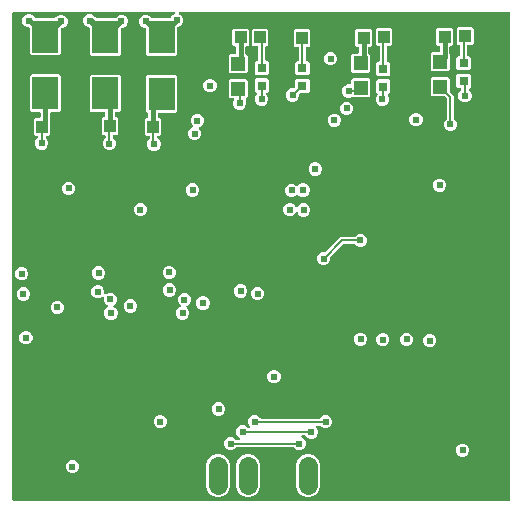
<source format=gbr>
G04 EAGLE Gerber RS-274X export*
G75*
%MOMM*%
%FSLAX34Y34*%
%LPD*%
%INBottom Copper*%
%IPPOS*%
%AMOC8*
5,1,8,0,0,1.08239X$1,22.5*%
G01*
%ADD10C,1.616000*%
%ADD11R,1.000000X1.100000*%
%ADD12R,2.200000X2.800000*%
%ADD13R,1.200000X1.200000*%
%ADD14R,0.800000X0.800000*%
%ADD15C,0.610000*%
%ADD16C,0.200000*%
%ADD17C,0.400000*%

G36*
X424684Y4010D02*
X424684Y4010D01*
X424748Y4009D01*
X424823Y4030D01*
X424899Y4041D01*
X424958Y4067D01*
X425020Y4084D01*
X425086Y4125D01*
X425156Y4157D01*
X425205Y4199D01*
X425260Y4232D01*
X425312Y4290D01*
X425370Y4340D01*
X425406Y4394D01*
X425449Y4442D01*
X425482Y4511D01*
X425525Y4576D01*
X425544Y4638D01*
X425572Y4695D01*
X425583Y4765D01*
X425607Y4846D01*
X425608Y4931D01*
X425619Y5000D01*
X425619Y417000D01*
X425610Y417064D01*
X425611Y417128D01*
X425590Y417203D01*
X425579Y417279D01*
X425553Y417338D01*
X425536Y417400D01*
X425495Y417466D01*
X425463Y417536D01*
X425421Y417585D01*
X425388Y417640D01*
X425330Y417692D01*
X425280Y417750D01*
X425226Y417786D01*
X425178Y417829D01*
X425109Y417862D01*
X425044Y417905D01*
X424982Y417924D01*
X424925Y417952D01*
X424855Y417963D01*
X424774Y417987D01*
X424689Y417988D01*
X424620Y417999D01*
X145545Y417999D01*
X145459Y417987D01*
X145372Y417984D01*
X145320Y417967D01*
X145266Y417959D01*
X145187Y417924D01*
X145104Y417897D01*
X145059Y417866D01*
X145009Y417843D01*
X144943Y417787D01*
X144871Y417738D01*
X144836Y417695D01*
X144794Y417660D01*
X144747Y417587D01*
X144692Y417520D01*
X144670Y417470D01*
X144640Y417424D01*
X144615Y417341D01*
X144580Y417261D01*
X144574Y417207D01*
X144558Y417154D01*
X144556Y417067D01*
X144546Y416981D01*
X144555Y416927D01*
X144554Y416872D01*
X144577Y416788D01*
X144591Y416703D01*
X144614Y416653D01*
X144629Y416600D01*
X144675Y416526D01*
X144712Y416448D01*
X144748Y416407D01*
X144777Y416360D01*
X144842Y416302D01*
X144899Y416237D01*
X144943Y416211D01*
X144987Y416171D01*
X145089Y416122D01*
X145163Y416077D01*
X146254Y415625D01*
X147827Y414052D01*
X148678Y411997D01*
X148678Y409773D01*
X147827Y407718D01*
X146254Y406146D01*
X144196Y405293D01*
X144142Y405285D01*
X144078Y405286D01*
X144003Y405266D01*
X143926Y405255D01*
X143868Y405228D01*
X143806Y405211D01*
X143740Y405170D01*
X143669Y405138D01*
X143620Y405097D01*
X143566Y405063D01*
X143514Y405005D01*
X143455Y404955D01*
X143420Y404901D01*
X143377Y404854D01*
X143343Y404784D01*
X143300Y404719D01*
X143282Y404658D01*
X143254Y404600D01*
X143243Y404530D01*
X143218Y404449D01*
X143217Y404365D01*
X143206Y404295D01*
X143206Y381696D01*
X142034Y380524D01*
X118377Y380524D01*
X117205Y381696D01*
X117205Y403411D01*
X117196Y403475D01*
X117196Y403539D01*
X117176Y403614D01*
X117165Y403690D01*
X117138Y403749D01*
X117121Y403811D01*
X117081Y403877D01*
X117049Y403947D01*
X117007Y403996D01*
X116973Y404051D01*
X116916Y404103D01*
X116865Y404162D01*
X116811Y404197D01*
X116764Y404240D01*
X116694Y404274D01*
X116629Y404316D01*
X116568Y404335D01*
X116510Y404363D01*
X116441Y404374D01*
X116360Y404399D01*
X116275Y404400D01*
X116205Y404411D01*
X115788Y404411D01*
X113734Y405262D01*
X112161Y406834D01*
X111310Y408889D01*
X111310Y411113D01*
X112161Y413168D01*
X113734Y414741D01*
X115788Y415592D01*
X118013Y415592D01*
X120067Y414741D01*
X121640Y413168D01*
X121651Y413143D01*
X121655Y413135D01*
X121658Y413125D01*
X121727Y413013D01*
X121794Y412900D01*
X121801Y412894D01*
X121806Y412886D01*
X121904Y412797D01*
X122000Y412707D01*
X122008Y412703D01*
X122015Y412696D01*
X122134Y412639D01*
X122251Y412579D01*
X122261Y412578D01*
X122269Y412573D01*
X122346Y412562D01*
X122528Y412527D01*
X122552Y412529D01*
X122574Y412526D01*
X137048Y412526D01*
X137057Y412527D01*
X137066Y412526D01*
X137196Y412547D01*
X137327Y412566D01*
X137335Y412570D01*
X137345Y412571D01*
X137464Y412628D01*
X137584Y412682D01*
X137591Y412688D01*
X137600Y412692D01*
X137698Y412780D01*
X137798Y412865D01*
X137803Y412873D01*
X137810Y412880D01*
X137850Y412945D01*
X137953Y413101D01*
X137960Y413124D01*
X137971Y413143D01*
X138347Y414052D01*
X139920Y415625D01*
X141012Y416077D01*
X141086Y416121D01*
X141165Y416157D01*
X141207Y416192D01*
X141254Y416220D01*
X141314Y416284D01*
X141380Y416340D01*
X141410Y416386D01*
X141447Y416426D01*
X141487Y416503D01*
X141534Y416576D01*
X141550Y416629D01*
X141575Y416678D01*
X141591Y416763D01*
X141617Y416846D01*
X141617Y416901D01*
X141627Y416955D01*
X141619Y417041D01*
X141620Y417128D01*
X141606Y417181D01*
X141600Y417235D01*
X141568Y417316D01*
X141545Y417400D01*
X141516Y417446D01*
X141496Y417497D01*
X141442Y417566D01*
X141397Y417640D01*
X141356Y417676D01*
X141322Y417720D01*
X141252Y417771D01*
X141188Y417829D01*
X141138Y417853D01*
X141094Y417885D01*
X141012Y417914D01*
X140934Y417952D01*
X140883Y417960D01*
X140828Y417979D01*
X140714Y417986D01*
X140629Y417999D01*
X70780Y417999D01*
X70694Y417987D01*
X70607Y417984D01*
X70555Y417967D01*
X70501Y417959D01*
X70421Y417924D01*
X70339Y417897D01*
X70294Y417866D01*
X70244Y417843D01*
X70178Y417787D01*
X70106Y417738D01*
X70071Y417696D01*
X70029Y417660D01*
X69982Y417587D01*
X69927Y417520D01*
X69905Y417470D01*
X69875Y417424D01*
X69849Y417341D01*
X69815Y417261D01*
X69808Y417207D01*
X69792Y417154D01*
X69791Y417067D01*
X69781Y416981D01*
X69789Y416927D01*
X69789Y416872D01*
X69812Y416788D01*
X69826Y416703D01*
X69849Y416653D01*
X69864Y416600D01*
X69910Y416526D01*
X69947Y416448D01*
X69983Y416407D01*
X70012Y416360D01*
X70076Y416302D01*
X70134Y416237D01*
X70178Y416211D01*
X70221Y416171D01*
X70324Y416122D01*
X70397Y416077D01*
X72556Y415183D01*
X74129Y413610D01*
X74188Y413467D01*
X74193Y413459D01*
X74195Y413450D01*
X74264Y413337D01*
X74331Y413224D01*
X74338Y413218D01*
X74343Y413210D01*
X74441Y413121D01*
X74537Y413031D01*
X74546Y413027D01*
X74553Y413021D01*
X74671Y412963D01*
X74788Y412904D01*
X74798Y412902D01*
X74806Y412898D01*
X74883Y412886D01*
X75066Y412851D01*
X75090Y412853D01*
X75111Y412850D01*
X90546Y412850D01*
X90641Y412864D01*
X90737Y412869D01*
X90780Y412883D01*
X90825Y412890D01*
X90913Y412930D01*
X91004Y412961D01*
X91038Y412986D01*
X91082Y413006D01*
X91179Y413089D01*
X91253Y413143D01*
X92961Y414851D01*
X95016Y415702D01*
X97240Y415702D01*
X99295Y414851D01*
X100868Y413279D01*
X101719Y411224D01*
X101719Y409000D01*
X100868Y406945D01*
X99295Y405372D01*
X97240Y404521D01*
X96739Y404521D01*
X96676Y404512D01*
X96611Y404513D01*
X96537Y404492D01*
X96460Y404481D01*
X96402Y404455D01*
X96340Y404438D01*
X96274Y404397D01*
X96203Y404365D01*
X96154Y404323D01*
X96100Y404289D01*
X96048Y404232D01*
X95989Y404182D01*
X95954Y404128D01*
X95911Y404080D01*
X95877Y404011D01*
X95834Y403946D01*
X95816Y403884D01*
X95788Y403826D01*
X95777Y403757D01*
X95752Y403676D01*
X95751Y403591D01*
X95740Y403522D01*
X95740Y382021D01*
X94568Y380849D01*
X70910Y380849D01*
X69739Y382021D01*
X69739Y403778D01*
X69725Y403873D01*
X69720Y403969D01*
X69705Y404013D01*
X69699Y404058D01*
X69659Y404145D01*
X69628Y404236D01*
X69602Y404270D01*
X69582Y404314D01*
X69499Y404412D01*
X69446Y404485D01*
X69371Y404560D01*
X69294Y404617D01*
X69223Y404682D01*
X69182Y404702D01*
X69145Y404729D01*
X69055Y404763D01*
X68969Y404805D01*
X68927Y404811D01*
X68882Y404829D01*
X68754Y404838D01*
X68664Y404852D01*
X68277Y404852D01*
X66222Y405704D01*
X64649Y407276D01*
X63798Y409331D01*
X63798Y411555D01*
X64649Y413610D01*
X66222Y415183D01*
X68381Y416077D01*
X68455Y416121D01*
X68534Y416157D01*
X68576Y416192D01*
X68623Y416220D01*
X68683Y416284D01*
X68749Y416340D01*
X68779Y416386D01*
X68816Y416426D01*
X68855Y416503D01*
X68903Y416576D01*
X68919Y416629D01*
X68944Y416678D01*
X68960Y416763D01*
X68985Y416846D01*
X68986Y416901D01*
X68996Y416955D01*
X68988Y417041D01*
X68989Y417128D01*
X68975Y417181D01*
X68969Y417235D01*
X68937Y417316D01*
X68914Y417400D01*
X68885Y417446D01*
X68865Y417497D01*
X68811Y417566D01*
X68766Y417640D01*
X68725Y417676D01*
X68691Y417720D01*
X68621Y417771D01*
X68557Y417829D01*
X68507Y417853D01*
X68463Y417885D01*
X68381Y417914D01*
X68303Y417952D01*
X68252Y417960D01*
X68197Y417979D01*
X68083Y417986D01*
X67998Y417999D01*
X5000Y417999D01*
X4936Y417990D01*
X4872Y417991D01*
X4797Y417970D01*
X4721Y417959D01*
X4662Y417933D01*
X4600Y417916D01*
X4534Y417875D01*
X4464Y417843D01*
X4415Y417801D01*
X4360Y417768D01*
X4308Y417710D01*
X4250Y417660D01*
X4214Y417606D01*
X4171Y417558D01*
X4138Y417489D01*
X4095Y417424D01*
X4076Y417362D01*
X4048Y417305D01*
X4037Y417235D01*
X4013Y417154D01*
X4012Y417069D01*
X4001Y417000D01*
X4001Y5000D01*
X4010Y4936D01*
X4009Y4872D01*
X4030Y4797D01*
X4041Y4721D01*
X4067Y4662D01*
X4084Y4600D01*
X4125Y4534D01*
X4157Y4464D01*
X4199Y4415D01*
X4232Y4360D01*
X4290Y4308D01*
X4340Y4250D01*
X4394Y4214D01*
X4442Y4171D01*
X4511Y4138D01*
X4576Y4095D01*
X4638Y4076D01*
X4695Y4048D01*
X4765Y4037D01*
X4846Y4013D01*
X4931Y4012D01*
X5000Y4001D01*
X424620Y4001D01*
X424684Y4010D01*
G37*
%LPC*%
G36*
X187509Y46883D02*
X187509Y46883D01*
X185454Y47734D01*
X183881Y49306D01*
X183030Y51361D01*
X183030Y53585D01*
X183881Y55640D01*
X185454Y57213D01*
X187509Y58064D01*
X189733Y58064D01*
X191788Y57213D01*
X193234Y55767D01*
X193311Y55709D01*
X193382Y55645D01*
X193423Y55625D01*
X193460Y55597D01*
X193550Y55564D01*
X193636Y55522D01*
X193678Y55515D01*
X193724Y55498D01*
X193851Y55488D01*
X193941Y55474D01*
X195845Y55474D01*
X195930Y55486D01*
X196017Y55489D01*
X196070Y55506D01*
X196124Y55514D01*
X196203Y55550D01*
X196285Y55577D01*
X196331Y55608D01*
X196381Y55630D01*
X196447Y55686D01*
X196518Y55735D01*
X196553Y55778D01*
X196595Y55814D01*
X196643Y55886D01*
X196698Y55953D01*
X196719Y56004D01*
X196750Y56049D01*
X196775Y56133D01*
X196809Y56212D01*
X196816Y56267D01*
X196832Y56319D01*
X196833Y56406D01*
X196844Y56492D01*
X196835Y56546D01*
X196836Y56601D01*
X196813Y56685D01*
X196799Y56771D01*
X196775Y56820D01*
X196760Y56873D01*
X196715Y56947D01*
X196678Y57025D01*
X196641Y57066D01*
X196612Y57113D01*
X196548Y57171D01*
X196490Y57236D01*
X196447Y57263D01*
X196403Y57302D01*
X196301Y57352D01*
X196227Y57397D01*
X195767Y57587D01*
X194195Y59159D01*
X193344Y61214D01*
X193344Y63438D01*
X194195Y65493D01*
X195767Y67066D01*
X197822Y67917D01*
X200046Y67917D01*
X202101Y67066D01*
X203548Y65620D01*
X203624Y65562D01*
X203696Y65498D01*
X203737Y65478D01*
X203773Y65451D01*
X203863Y65417D01*
X203949Y65375D01*
X203992Y65368D01*
X204037Y65351D01*
X204165Y65341D01*
X204254Y65327D01*
X204435Y65327D01*
X204467Y65332D01*
X204499Y65329D01*
X204606Y65352D01*
X204714Y65367D01*
X204743Y65380D01*
X204775Y65387D01*
X204871Y65438D01*
X204971Y65483D01*
X204995Y65504D01*
X205024Y65519D01*
X205102Y65596D01*
X205185Y65667D01*
X205203Y65694D01*
X205226Y65716D01*
X205280Y65811D01*
X205340Y65903D01*
X205349Y65933D01*
X205365Y65961D01*
X205390Y66068D01*
X205422Y66172D01*
X205422Y66204D01*
X205430Y66236D01*
X205424Y66345D01*
X205426Y66454D01*
X205417Y66485D01*
X205415Y66518D01*
X205380Y66621D01*
X205350Y66726D01*
X205333Y66754D01*
X205323Y66784D01*
X205270Y66857D01*
X205202Y66966D01*
X205166Y66999D01*
X205141Y67033D01*
X204256Y67919D01*
X203404Y69973D01*
X203404Y72198D01*
X204256Y74252D01*
X205828Y75825D01*
X207883Y76676D01*
X210107Y76676D01*
X212162Y75825D01*
X213735Y74252D01*
X213807Y74079D01*
X213812Y74070D01*
X213814Y74061D01*
X213883Y73949D01*
X213950Y73836D01*
X213957Y73829D01*
X213962Y73821D01*
X214060Y73733D01*
X214156Y73643D01*
X214165Y73639D01*
X214172Y73632D01*
X214290Y73575D01*
X214408Y73515D01*
X214417Y73513D01*
X214425Y73509D01*
X214501Y73497D01*
X214685Y73463D01*
X214709Y73465D01*
X214730Y73462D01*
X263625Y73462D01*
X263634Y73463D01*
X263644Y73462D01*
X263774Y73483D01*
X263904Y73501D01*
X263913Y73505D01*
X263922Y73507D01*
X264041Y73563D01*
X264161Y73618D01*
X264168Y73624D01*
X264177Y73628D01*
X264276Y73716D01*
X264375Y73801D01*
X264381Y73809D01*
X264388Y73815D01*
X264428Y73881D01*
X264498Y73988D01*
X266092Y75582D01*
X268147Y76434D01*
X270371Y76434D01*
X272426Y75582D01*
X273999Y74010D01*
X274850Y71955D01*
X274850Y69731D01*
X273999Y67676D01*
X272426Y66103D01*
X270371Y65252D01*
X268147Y65252D01*
X266092Y66103D01*
X265028Y67168D01*
X264951Y67225D01*
X264880Y67290D01*
X264839Y67309D01*
X264803Y67337D01*
X264713Y67371D01*
X264626Y67413D01*
X264584Y67419D01*
X264539Y67436D01*
X264411Y67446D01*
X264322Y67460D01*
X262104Y67460D01*
X262072Y67456D01*
X262040Y67458D01*
X261933Y67436D01*
X261825Y67420D01*
X261795Y67407D01*
X261764Y67401D01*
X261667Y67349D01*
X261568Y67304D01*
X261543Y67283D01*
X261515Y67268D01*
X261436Y67192D01*
X261353Y67121D01*
X261336Y67094D01*
X261313Y67071D01*
X261259Y66976D01*
X261199Y66885D01*
X261190Y66854D01*
X261174Y66826D01*
X261148Y66720D01*
X261117Y66615D01*
X261116Y66583D01*
X261109Y66551D01*
X261114Y66442D01*
X261113Y66333D01*
X261121Y66302D01*
X261123Y66270D01*
X261159Y66167D01*
X261188Y66061D01*
X261205Y66034D01*
X261216Y66003D01*
X261269Y65930D01*
X261336Y65821D01*
X261372Y65789D01*
X261397Y65754D01*
X261888Y65264D01*
X262739Y63209D01*
X262739Y60985D01*
X261888Y58930D01*
X260315Y57358D01*
X258260Y56507D01*
X256036Y56507D01*
X253981Y57358D01*
X252306Y59033D01*
X252229Y59091D01*
X252157Y59155D01*
X252117Y59175D01*
X252080Y59202D01*
X251990Y59236D01*
X251904Y59278D01*
X251862Y59285D01*
X251816Y59302D01*
X251689Y59312D01*
X251599Y59326D01*
X249695Y59326D01*
X249609Y59313D01*
X249522Y59311D01*
X249470Y59294D01*
X249416Y59286D01*
X249337Y59250D01*
X249254Y59223D01*
X249209Y59192D01*
X249159Y59170D01*
X249093Y59113D01*
X249021Y59064D01*
X248986Y59022D01*
X248945Y58986D01*
X248897Y58914D01*
X248842Y58847D01*
X248820Y58796D01*
X248790Y58750D01*
X248765Y58667D01*
X248731Y58588D01*
X248724Y58533D01*
X248708Y58481D01*
X248707Y58394D01*
X248696Y58308D01*
X248705Y58253D01*
X248704Y58199D01*
X248727Y58115D01*
X248741Y58029D01*
X248765Y57980D01*
X248779Y57927D01*
X248825Y57853D01*
X248862Y57774D01*
X248899Y57733D01*
X248927Y57687D01*
X248992Y57629D01*
X249050Y57564D01*
X249093Y57537D01*
X249137Y57498D01*
X249239Y57448D01*
X249313Y57403D01*
X249772Y57213D01*
X251345Y55640D01*
X252196Y53585D01*
X252196Y51361D01*
X251345Y49306D01*
X249772Y47734D01*
X247717Y46883D01*
X245493Y46883D01*
X243438Y47734D01*
X241992Y49180D01*
X241915Y49238D01*
X241844Y49302D01*
X241803Y49322D01*
X241767Y49349D01*
X241677Y49383D01*
X241590Y49425D01*
X241548Y49432D01*
X241503Y49449D01*
X241375Y49459D01*
X241286Y49473D01*
X193941Y49473D01*
X193846Y49459D01*
X193749Y49454D01*
X193706Y49439D01*
X193661Y49433D01*
X193574Y49393D01*
X193483Y49362D01*
X193449Y49337D01*
X193404Y49317D01*
X193307Y49233D01*
X193234Y49180D01*
X191788Y47734D01*
X189733Y46883D01*
X187509Y46883D01*
G37*
%LPD*%
%LPC*%
G36*
X122649Y300542D02*
X122649Y300542D01*
X120594Y301393D01*
X119021Y302966D01*
X118170Y305021D01*
X118170Y307245D01*
X119021Y309300D01*
X119878Y310156D01*
X119935Y310233D01*
X120000Y310304D01*
X120020Y310345D01*
X120047Y310382D01*
X120081Y310472D01*
X120123Y310558D01*
X120130Y310600D01*
X120147Y310646D01*
X120157Y310773D01*
X120171Y310863D01*
X120171Y312010D01*
X120161Y312074D01*
X120162Y312138D01*
X120142Y312213D01*
X120131Y312290D01*
X120104Y312348D01*
X120087Y312410D01*
X120046Y312476D01*
X120014Y312546D01*
X119973Y312595D01*
X119939Y312650D01*
X119881Y312702D01*
X119831Y312761D01*
X119777Y312796D01*
X119730Y312839D01*
X119660Y312873D01*
X119595Y312915D01*
X119534Y312934D01*
X119476Y312962D01*
X119406Y312973D01*
X119325Y312998D01*
X119241Y312999D01*
X119171Y313010D01*
X117342Y313010D01*
X116171Y314182D01*
X116171Y326839D01*
X117342Y328011D01*
X118171Y328011D01*
X118235Y328020D01*
X118299Y328019D01*
X118374Y328040D01*
X118450Y328051D01*
X118509Y328077D01*
X118571Y328094D01*
X118637Y328135D01*
X118707Y328167D01*
X118756Y328209D01*
X118811Y328243D01*
X118863Y328300D01*
X118922Y328350D01*
X118957Y328404D01*
X119000Y328452D01*
X119034Y328522D01*
X119076Y328586D01*
X119095Y328648D01*
X119123Y328706D01*
X119134Y328775D01*
X119159Y328856D01*
X119160Y328941D01*
X119171Y329010D01*
X119171Y331525D01*
X119161Y331589D01*
X119162Y331653D01*
X119142Y331728D01*
X119131Y331804D01*
X119104Y331863D01*
X119087Y331925D01*
X119046Y331991D01*
X119014Y332061D01*
X118973Y332110D01*
X118939Y332165D01*
X118881Y332217D01*
X118831Y332276D01*
X118777Y332311D01*
X118730Y332354D01*
X118660Y332388D01*
X118595Y332430D01*
X118534Y332449D01*
X118476Y332477D01*
X118415Y332486D01*
X117205Y333696D01*
X117205Y363354D01*
X118377Y364526D01*
X142034Y364526D01*
X143206Y363354D01*
X143206Y333696D01*
X142034Y332524D01*
X128171Y332524D01*
X128108Y332515D01*
X128043Y332516D01*
X127969Y332496D01*
X127892Y332485D01*
X127834Y332458D01*
X127772Y332441D01*
X127706Y332400D01*
X127635Y332368D01*
X127586Y332327D01*
X127532Y332293D01*
X127480Y332235D01*
X127421Y332185D01*
X127386Y332131D01*
X127343Y332084D01*
X127309Y332014D01*
X127266Y331949D01*
X127248Y331888D01*
X127220Y331830D01*
X127209Y331760D01*
X127184Y331679D01*
X127183Y331595D01*
X127172Y331525D01*
X127172Y329010D01*
X127181Y328947D01*
X127180Y328882D01*
X127201Y328808D01*
X127212Y328731D01*
X127238Y328673D01*
X127255Y328611D01*
X127296Y328545D01*
X127328Y328474D01*
X127370Y328425D01*
X127404Y328371D01*
X127461Y328319D01*
X127511Y328260D01*
X127565Y328225D01*
X127613Y328182D01*
X127682Y328148D01*
X127747Y328105D01*
X127809Y328087D01*
X127867Y328059D01*
X127936Y328048D01*
X128017Y328023D01*
X128102Y328022D01*
X128171Y328011D01*
X129000Y328011D01*
X130172Y326839D01*
X130172Y314182D01*
X129000Y313010D01*
X127171Y313010D01*
X127108Y313000D01*
X127043Y313001D01*
X126969Y312981D01*
X126892Y312970D01*
X126834Y312943D01*
X126772Y312926D01*
X126706Y312885D01*
X126635Y312854D01*
X126586Y312812D01*
X126532Y312778D01*
X126480Y312720D01*
X126421Y312670D01*
X126386Y312616D01*
X126343Y312569D01*
X126309Y312499D01*
X126266Y312434D01*
X126248Y312373D01*
X126220Y312315D01*
X126209Y312245D01*
X126184Y312164D01*
X126183Y312080D01*
X126172Y312010D01*
X126172Y311853D01*
X126173Y311844D01*
X126172Y311834D01*
X126193Y311703D01*
X126212Y311574D01*
X126216Y311565D01*
X126217Y311556D01*
X126274Y311436D01*
X126328Y311317D01*
X126334Y311310D01*
X126338Y311301D01*
X126426Y311203D01*
X126511Y311103D01*
X126519Y311097D01*
X126526Y311090D01*
X126591Y311050D01*
X126747Y310948D01*
X126770Y310941D01*
X126789Y310930D01*
X126928Y310872D01*
X128501Y309300D01*
X129352Y307245D01*
X129352Y305021D01*
X128501Y302966D01*
X126928Y301393D01*
X124873Y300542D01*
X122649Y300542D01*
G37*
%LPD*%
%LPC*%
G36*
X84833Y300771D02*
X84833Y300771D01*
X82778Y301622D01*
X81206Y303195D01*
X80354Y305250D01*
X80354Y307474D01*
X81206Y309529D01*
X82652Y310975D01*
X82709Y311052D01*
X82774Y311123D01*
X82794Y311164D01*
X82821Y311201D01*
X82855Y311291D01*
X82897Y311377D01*
X82903Y311419D01*
X82921Y311464D01*
X82930Y311592D01*
X82944Y311682D01*
X82944Y312633D01*
X82935Y312697D01*
X82936Y312761D01*
X82916Y312836D01*
X82905Y312913D01*
X82878Y312971D01*
X82861Y313033D01*
X82820Y313099D01*
X82788Y313170D01*
X82747Y313218D01*
X82713Y313273D01*
X82655Y313325D01*
X82605Y313384D01*
X82551Y313419D01*
X82504Y313462D01*
X82434Y313496D01*
X82369Y313538D01*
X82308Y313557D01*
X82250Y313585D01*
X82180Y313596D01*
X82099Y313621D01*
X82015Y313622D01*
X81945Y313633D01*
X80764Y313633D01*
X79592Y314805D01*
X79592Y327462D01*
X80764Y328634D01*
X81593Y328634D01*
X81656Y328643D01*
X81721Y328642D01*
X81795Y328663D01*
X81872Y328674D01*
X81930Y328700D01*
X81992Y328718D01*
X82058Y328758D01*
X82129Y328790D01*
X82178Y328832D01*
X82232Y328866D01*
X82284Y328923D01*
X82343Y328974D01*
X82378Y329027D01*
X82421Y329075D01*
X82455Y329145D01*
X82498Y329210D01*
X82516Y329271D01*
X82544Y329329D01*
X82555Y329398D01*
X82580Y329479D01*
X82581Y329564D01*
X82592Y329633D01*
X82592Y331849D01*
X82583Y331913D01*
X82584Y331977D01*
X82563Y332052D01*
X82552Y332129D01*
X82526Y332187D01*
X82509Y332249D01*
X82468Y332315D01*
X82436Y332386D01*
X82394Y332434D01*
X82360Y332489D01*
X82303Y332541D01*
X82253Y332600D01*
X82199Y332635D01*
X82151Y332678D01*
X82081Y332712D01*
X82017Y332754D01*
X81955Y332773D01*
X81897Y332801D01*
X81828Y332812D01*
X81747Y332837D01*
X81662Y332838D01*
X81593Y332849D01*
X70910Y332849D01*
X69739Y334021D01*
X69739Y363678D01*
X70910Y364850D01*
X94568Y364850D01*
X95740Y363678D01*
X95740Y334021D01*
X94568Y332849D01*
X91593Y332849D01*
X91529Y332840D01*
X91465Y332840D01*
X91390Y332820D01*
X91313Y332809D01*
X91255Y332782D01*
X91193Y332765D01*
X91127Y332724D01*
X91057Y332693D01*
X91008Y332651D01*
X90953Y332617D01*
X90901Y332560D01*
X90842Y332509D01*
X90807Y332455D01*
X90764Y332408D01*
X90730Y332338D01*
X90688Y332273D01*
X90669Y332212D01*
X90641Y332154D01*
X90630Y332085D01*
X90605Y332004D01*
X90604Y331919D01*
X90593Y331849D01*
X90593Y329633D01*
X90602Y329570D01*
X90602Y329506D01*
X90622Y329431D01*
X90633Y329354D01*
X90660Y329296D01*
X90677Y329234D01*
X90718Y329168D01*
X90749Y329097D01*
X90791Y329049D01*
X90825Y328994D01*
X90882Y328942D01*
X90933Y328883D01*
X90987Y328848D01*
X91034Y328805D01*
X91104Y328771D01*
X91169Y328729D01*
X91230Y328710D01*
X91288Y328682D01*
X91357Y328671D01*
X91439Y328646D01*
X91523Y328645D01*
X91593Y328634D01*
X92421Y328634D01*
X93593Y327462D01*
X93593Y314805D01*
X92421Y313633D01*
X89945Y313633D01*
X89882Y313624D01*
X89817Y313625D01*
X89743Y313604D01*
X89666Y313593D01*
X89607Y313566D01*
X89545Y313549D01*
X89479Y313509D01*
X89409Y313477D01*
X89360Y313435D01*
X89305Y313401D01*
X89254Y313344D01*
X89195Y313293D01*
X89159Y313240D01*
X89116Y313192D01*
X89083Y313122D01*
X89040Y313057D01*
X89021Y312996D01*
X88993Y312938D01*
X88983Y312869D01*
X88958Y312788D01*
X88957Y312703D01*
X88946Y312633D01*
X88946Y311682D01*
X88959Y311586D01*
X88964Y311490D01*
X88979Y311447D01*
X88986Y311402D01*
X89025Y311315D01*
X89057Y311224D01*
X89082Y311190D01*
X89102Y311145D01*
X89185Y311048D01*
X89239Y310975D01*
X90685Y309529D01*
X91536Y307474D01*
X91536Y305250D01*
X90685Y303195D01*
X89112Y301622D01*
X87057Y300771D01*
X84833Y300771D01*
G37*
%LPD*%
%LPC*%
G36*
X27792Y301340D02*
X27792Y301340D01*
X25737Y302191D01*
X24165Y303764D01*
X23313Y305818D01*
X23313Y308043D01*
X24165Y310097D01*
X25524Y311456D01*
X25543Y311482D01*
X25567Y311503D01*
X25627Y311595D01*
X25693Y311682D01*
X25704Y311712D01*
X25722Y311739D01*
X25754Y311844D01*
X25792Y311946D01*
X25795Y311978D01*
X25804Y312009D01*
X25806Y312118D01*
X25814Y312227D01*
X25808Y312259D01*
X25808Y312291D01*
X25779Y312396D01*
X25757Y312503D01*
X25741Y312532D01*
X25733Y312563D01*
X25675Y312656D01*
X25624Y312752D01*
X25602Y312775D01*
X25585Y312803D01*
X25504Y312876D01*
X25427Y312954D01*
X25399Y312970D01*
X25375Y312992D01*
X25277Y313039D01*
X25182Y313093D01*
X25151Y313101D01*
X25122Y313115D01*
X25032Y313129D01*
X24908Y313158D01*
X24859Y313156D01*
X24817Y313162D01*
X23365Y313162D01*
X22193Y314334D01*
X22193Y326992D01*
X23365Y328164D01*
X26957Y328164D01*
X27020Y328173D01*
X27085Y328172D01*
X27159Y328193D01*
X27236Y328204D01*
X27295Y328230D01*
X27357Y328247D01*
X27423Y328288D01*
X27493Y328320D01*
X27542Y328362D01*
X27597Y328395D01*
X27648Y328453D01*
X27707Y328503D01*
X27743Y328557D01*
X27786Y328605D01*
X27819Y328674D01*
X27862Y328739D01*
X27881Y328801D01*
X27909Y328858D01*
X27919Y328928D01*
X27944Y329009D01*
X27945Y329094D01*
X27956Y329163D01*
X27956Y332056D01*
X27947Y332120D01*
X27948Y332184D01*
X27927Y332259D01*
X27916Y332335D01*
X27890Y332394D01*
X27873Y332456D01*
X27832Y332522D01*
X27800Y332592D01*
X27758Y332641D01*
X27725Y332696D01*
X27667Y332748D01*
X27617Y332807D01*
X27563Y332842D01*
X27515Y332885D01*
X27446Y332919D01*
X27381Y332961D01*
X27319Y332980D01*
X27261Y333008D01*
X27192Y333019D01*
X27111Y333043D01*
X27026Y333045D01*
X26957Y333055D01*
X20128Y333055D01*
X18956Y334227D01*
X18956Y363885D01*
X20128Y365057D01*
X43786Y365057D01*
X44958Y363885D01*
X44958Y334227D01*
X43786Y333055D01*
X36957Y333055D01*
X36893Y333046D01*
X36829Y333047D01*
X36754Y333027D01*
X36678Y333016D01*
X36619Y332989D01*
X36557Y332972D01*
X36491Y332931D01*
X36421Y332899D01*
X36372Y332858D01*
X36317Y332824D01*
X36265Y332766D01*
X36206Y332716D01*
X36171Y332662D01*
X36128Y332615D01*
X36094Y332545D01*
X36052Y332480D01*
X36033Y332419D01*
X36005Y332361D01*
X35994Y332291D01*
X35970Y332210D01*
X35968Y332126D01*
X35958Y332056D01*
X35958Y327642D01*
X35971Y327547D01*
X35976Y327451D01*
X35991Y327408D01*
X35997Y327363D01*
X36037Y327276D01*
X36069Y327185D01*
X36094Y327150D01*
X36114Y327106D01*
X36194Y327012D01*
X36194Y314334D01*
X35022Y313162D01*
X32991Y313162D01*
X32959Y313158D01*
X32927Y313160D01*
X32820Y313138D01*
X32712Y313122D01*
X32683Y313109D01*
X32651Y313103D01*
X32555Y313051D01*
X32455Y313006D01*
X32431Y312985D01*
X32402Y312970D01*
X32324Y312894D01*
X32241Y312823D01*
X32223Y312796D01*
X32200Y312773D01*
X32146Y312678D01*
X32086Y312587D01*
X32077Y312556D01*
X32061Y312528D01*
X32036Y312422D01*
X32004Y312317D01*
X32004Y312285D01*
X31996Y312254D01*
X32002Y312144D01*
X32000Y312035D01*
X32009Y312004D01*
X32010Y311972D01*
X32046Y311869D01*
X32075Y311763D01*
X32092Y311736D01*
X32103Y311705D01*
X32156Y311632D01*
X32224Y311523D01*
X32260Y311491D01*
X32285Y311456D01*
X33644Y310097D01*
X34495Y308043D01*
X34495Y305818D01*
X33644Y303764D01*
X32071Y302191D01*
X30016Y301340D01*
X27792Y301340D01*
G37*
%LPD*%
%LPC*%
G36*
X20128Y381055D02*
X20128Y381055D01*
X18956Y382227D01*
X18956Y403743D01*
X18948Y403803D01*
X18948Y403829D01*
X18947Y403831D01*
X18948Y403871D01*
X18927Y403945D01*
X18916Y404022D01*
X18890Y404080D01*
X18873Y404142D01*
X18832Y404208D01*
X18800Y404279D01*
X18758Y404328D01*
X18725Y404382D01*
X18667Y404434D01*
X18617Y404493D01*
X18563Y404528D01*
X18515Y404571D01*
X18446Y404605D01*
X18381Y404648D01*
X18319Y404666D01*
X18261Y404694D01*
X18192Y404705D01*
X18111Y404730D01*
X18026Y404731D01*
X17957Y404742D01*
X16898Y404742D01*
X14843Y405593D01*
X13271Y407166D01*
X12419Y409221D01*
X12419Y411445D01*
X13271Y413500D01*
X14843Y415072D01*
X16898Y415923D01*
X19122Y415923D01*
X21177Y415072D01*
X22890Y413359D01*
X22928Y413331D01*
X22930Y413329D01*
X23026Y413239D01*
X23035Y413234D01*
X23042Y413227D01*
X23108Y413196D01*
X23116Y413190D01*
X23136Y413182D01*
X23160Y413170D01*
X23277Y413111D01*
X23287Y413109D01*
X23296Y413104D01*
X23374Y413092D01*
X23375Y413092D01*
X23380Y413090D01*
X23388Y413090D01*
X23554Y413058D01*
X23579Y413060D01*
X23601Y413057D01*
X39926Y413057D01*
X40021Y413070D01*
X40118Y413075D01*
X40161Y413090D01*
X40206Y413097D01*
X40293Y413136D01*
X40384Y413168D01*
X40418Y413193D01*
X40463Y413213D01*
X40560Y413296D01*
X40633Y413350D01*
X41914Y414630D01*
X43969Y415482D01*
X46193Y415482D01*
X48248Y414630D01*
X49820Y413058D01*
X50671Y411003D01*
X50671Y408779D01*
X49820Y406724D01*
X48248Y405151D01*
X46193Y404300D01*
X45957Y404300D01*
X45893Y404291D01*
X45829Y404292D01*
X45754Y404271D01*
X45678Y404260D01*
X45619Y404234D01*
X45557Y404217D01*
X45491Y404176D01*
X45421Y404144D01*
X45372Y404102D01*
X45317Y404068D01*
X45265Y404011D01*
X45206Y403961D01*
X45171Y403907D01*
X45128Y403859D01*
X45094Y403790D01*
X45052Y403725D01*
X45033Y403663D01*
X45005Y403605D01*
X44994Y403536D01*
X44970Y403455D01*
X44968Y403370D01*
X44958Y403301D01*
X44958Y382227D01*
X43786Y381055D01*
X20128Y381055D01*
G37*
%LPD*%
%LPC*%
G36*
X252200Y7239D02*
X252200Y7239D01*
X248495Y8774D01*
X245659Y11610D01*
X244125Y15315D01*
X244125Y35485D01*
X245659Y39190D01*
X248495Y42026D01*
X252200Y43561D01*
X256211Y43561D01*
X259916Y42026D01*
X262751Y39190D01*
X264286Y35485D01*
X264286Y15315D01*
X262751Y11610D01*
X259916Y8774D01*
X256211Y7239D01*
X252200Y7239D01*
G37*
%LPD*%
%LPC*%
G36*
X201400Y7239D02*
X201400Y7239D01*
X197695Y8774D01*
X194859Y11610D01*
X193325Y15315D01*
X193325Y35485D01*
X194859Y39190D01*
X197695Y42026D01*
X201400Y43561D01*
X205411Y43561D01*
X209116Y42026D01*
X211951Y39190D01*
X213486Y35485D01*
X213486Y15315D01*
X211951Y11610D01*
X209116Y8774D01*
X205411Y7239D01*
X201400Y7239D01*
G37*
%LPD*%
%LPC*%
G36*
X176000Y7239D02*
X176000Y7239D01*
X172295Y8774D01*
X169459Y11610D01*
X167925Y15315D01*
X167925Y35485D01*
X169459Y39190D01*
X172295Y42026D01*
X176000Y43561D01*
X180011Y43561D01*
X183716Y42026D01*
X186551Y39190D01*
X188086Y35485D01*
X188086Y15315D01*
X186551Y11610D01*
X183716Y8774D01*
X180011Y7239D01*
X176000Y7239D01*
G37*
%LPD*%
%LPC*%
G36*
X188476Y365973D02*
X188476Y365973D01*
X187304Y367145D01*
X187304Y380802D01*
X188476Y381974D01*
X192246Y381974D01*
X192310Y381984D01*
X192374Y381983D01*
X192449Y382003D01*
X192525Y382014D01*
X192584Y382041D01*
X192646Y382058D01*
X192712Y382099D01*
X192782Y382130D01*
X192831Y382172D01*
X192886Y382206D01*
X192938Y382264D01*
X192997Y382314D01*
X193032Y382368D01*
X193075Y382415D01*
X193109Y382485D01*
X193151Y382550D01*
X193170Y382611D01*
X193198Y382669D01*
X193209Y382739D01*
X193233Y382820D01*
X193234Y382904D01*
X193245Y382974D01*
X193245Y387737D01*
X193237Y387799D01*
X193237Y387841D01*
X193237Y387842D01*
X193237Y387865D01*
X193216Y387940D01*
X193206Y388017D01*
X193179Y388075D01*
X193162Y388137D01*
X193121Y388203D01*
X193089Y388274D01*
X193048Y388322D01*
X193014Y388377D01*
X192956Y388429D01*
X192906Y388488D01*
X192852Y388523D01*
X192804Y388566D01*
X192735Y388600D01*
X192670Y388642D01*
X192608Y388661D01*
X192551Y388689D01*
X192481Y388700D01*
X192400Y388725D01*
X192316Y388726D01*
X192246Y388737D01*
X191417Y388737D01*
X190245Y389909D01*
X190245Y402566D01*
X191417Y403738D01*
X203075Y403738D01*
X204247Y402566D01*
X204247Y389909D01*
X203075Y388737D01*
X202246Y388737D01*
X202182Y388728D01*
X202118Y388728D01*
X202043Y388708D01*
X201967Y388697D01*
X201908Y388670D01*
X201846Y388653D01*
X201780Y388613D01*
X201710Y388581D01*
X201661Y388539D01*
X201606Y388505D01*
X201554Y388448D01*
X201496Y388397D01*
X201460Y388343D01*
X201417Y388296D01*
X201384Y388226D01*
X201341Y388161D01*
X201322Y388100D01*
X201294Y388042D01*
X201284Y387973D01*
X201259Y387892D01*
X201258Y387807D01*
X201247Y387737D01*
X201247Y382974D01*
X201256Y382910D01*
X201255Y382846D01*
X201276Y382771D01*
X201287Y382694D01*
X201313Y382636D01*
X201330Y382574D01*
X201371Y382508D01*
X201403Y382438D01*
X201445Y382389D01*
X201478Y382334D01*
X201536Y382282D01*
X201586Y382223D01*
X201640Y382188D01*
X201688Y382145D01*
X201757Y382111D01*
X201822Y382069D01*
X201884Y382050D01*
X201941Y382022D01*
X202011Y382011D01*
X202092Y381986D01*
X202122Y381986D01*
X203305Y380802D01*
X203305Y367145D01*
X202133Y365973D01*
X188476Y365973D01*
G37*
%LPD*%
%LPC*%
G36*
X291911Y366594D02*
X291911Y366594D01*
X290739Y367766D01*
X290739Y381423D01*
X291911Y382595D01*
X296275Y382595D01*
X296339Y382604D01*
X296403Y382603D01*
X296478Y382624D01*
X296554Y382635D01*
X296613Y382661D01*
X296675Y382679D01*
X296741Y382719D01*
X296811Y382751D01*
X296860Y382793D01*
X296915Y382827D01*
X296967Y382884D01*
X297025Y382935D01*
X297061Y382988D01*
X297104Y383036D01*
X297137Y383106D01*
X297180Y383171D01*
X297199Y383232D01*
X297227Y383290D01*
X297238Y383359D01*
X297262Y383440D01*
X297263Y383525D01*
X297274Y383594D01*
X297274Y387488D01*
X297265Y387551D01*
X297266Y387615D01*
X297245Y387690D01*
X297234Y387767D01*
X297208Y387825D01*
X297191Y387887D01*
X297150Y387953D01*
X297118Y388024D01*
X297076Y388072D01*
X297043Y388127D01*
X296985Y388179D01*
X296935Y388238D01*
X296881Y388273D01*
X296833Y388316D01*
X296764Y388350D01*
X296699Y388392D01*
X296637Y388411D01*
X296580Y388439D01*
X296510Y388450D01*
X296429Y388475D01*
X296344Y388476D01*
X296275Y388487D01*
X295446Y388487D01*
X294274Y389659D01*
X294274Y402316D01*
X295446Y403488D01*
X307104Y403488D01*
X308276Y402316D01*
X308276Y389659D01*
X307104Y388487D01*
X306275Y388487D01*
X306211Y388478D01*
X306147Y388479D01*
X306072Y388458D01*
X305996Y388447D01*
X305937Y388421D01*
X305875Y388403D01*
X305809Y388363D01*
X305739Y388331D01*
X305690Y388289D01*
X305635Y388255D01*
X305583Y388198D01*
X305525Y388147D01*
X305489Y388094D01*
X305446Y388046D01*
X305413Y387976D01*
X305370Y387911D01*
X305351Y387850D01*
X305323Y387792D01*
X305312Y387723D01*
X305288Y387642D01*
X305287Y387557D01*
X305276Y387488D01*
X305276Y383302D01*
X305289Y383207D01*
X305294Y383111D01*
X305309Y383068D01*
X305316Y383023D01*
X305355Y382935D01*
X305387Y382844D01*
X305412Y382810D01*
X305432Y382766D01*
X305515Y382669D01*
X305568Y382595D01*
X306741Y381423D01*
X306741Y367766D01*
X305569Y366594D01*
X291911Y366594D01*
G37*
%LPD*%
%LPC*%
G36*
X359303Y367540D02*
X359303Y367540D01*
X358131Y368712D01*
X358131Y382370D01*
X359303Y383542D01*
X364984Y383542D01*
X365048Y383551D01*
X365112Y383550D01*
X365187Y383571D01*
X365263Y383582D01*
X365322Y383608D01*
X365384Y383625D01*
X365450Y383666D01*
X365520Y383698D01*
X365569Y383740D01*
X365624Y383773D01*
X365676Y383831D01*
X365735Y383881D01*
X365770Y383935D01*
X365813Y383983D01*
X365847Y384052D01*
X365889Y384117D01*
X365908Y384179D01*
X365936Y384237D01*
X365947Y384306D01*
X365971Y384387D01*
X365973Y384472D01*
X365983Y384541D01*
X365983Y388271D01*
X365974Y388334D01*
X365975Y388399D01*
X365955Y388473D01*
X365944Y388550D01*
X365917Y388608D01*
X365900Y388670D01*
X365859Y388736D01*
X365827Y388807D01*
X365786Y388856D01*
X365752Y388910D01*
X365694Y388962D01*
X365644Y389021D01*
X365590Y389056D01*
X365543Y389099D01*
X365473Y389133D01*
X365408Y389176D01*
X365347Y389194D01*
X365289Y389222D01*
X365219Y389233D01*
X365138Y389258D01*
X365054Y389259D01*
X364984Y389270D01*
X364155Y389270D01*
X362983Y390442D01*
X362983Y403099D01*
X364155Y404271D01*
X375813Y404271D01*
X376985Y403099D01*
X376985Y390442D01*
X375813Y389270D01*
X374984Y389270D01*
X374921Y389261D01*
X374856Y389262D01*
X374782Y389241D01*
X374705Y389230D01*
X374647Y389204D01*
X374584Y389187D01*
X374518Y389146D01*
X374448Y389114D01*
X374399Y389072D01*
X374345Y389038D01*
X374293Y388981D01*
X374234Y388931D01*
X374199Y388877D01*
X374155Y388829D01*
X374122Y388759D01*
X374079Y388695D01*
X374060Y388633D01*
X374032Y388575D01*
X374022Y388506D01*
X373997Y388425D01*
X373996Y388340D01*
X373985Y388271D01*
X373985Y382931D01*
X373998Y382836D01*
X374003Y382740D01*
X374018Y382697D01*
X374025Y382652D01*
X374064Y382564D01*
X374096Y382473D01*
X374121Y382439D01*
X374132Y382414D01*
X374132Y368712D01*
X372960Y367540D01*
X359303Y367540D01*
G37*
%LPD*%
%LPC*%
G36*
X373677Y317129D02*
X373677Y317129D01*
X371622Y317980D01*
X370049Y319553D01*
X369198Y321608D01*
X369198Y323832D01*
X370049Y325887D01*
X371495Y327333D01*
X371553Y327410D01*
X371617Y327481D01*
X371637Y327522D01*
X371665Y327559D01*
X371698Y327648D01*
X371740Y327735D01*
X371747Y327777D01*
X371764Y327822D01*
X371774Y327950D01*
X371788Y328040D01*
X371788Y344227D01*
X371774Y344322D01*
X371769Y344418D01*
X371755Y344461D01*
X371748Y344506D01*
X371709Y344594D01*
X371677Y344685D01*
X371652Y344719D01*
X371632Y344763D01*
X371549Y344860D01*
X371495Y344934D01*
X370181Y346248D01*
X370104Y346305D01*
X370033Y346370D01*
X369992Y346390D01*
X369956Y346417D01*
X369866Y346451D01*
X369779Y346493D01*
X369737Y346499D01*
X369692Y346517D01*
X369564Y346526D01*
X369475Y346540D01*
X359303Y346540D01*
X358131Y347712D01*
X358131Y361370D01*
X359303Y362542D01*
X372960Y362542D01*
X374132Y361370D01*
X374132Y351198D01*
X374146Y351103D01*
X374151Y351007D01*
X374166Y350964D01*
X374172Y350919D01*
X374212Y350831D01*
X374243Y350740D01*
X374268Y350706D01*
X374288Y350662D01*
X374371Y350565D01*
X374425Y350491D01*
X377789Y347127D01*
X377789Y328040D01*
X377803Y327944D01*
X377808Y327848D01*
X377823Y327805D01*
X377829Y327760D01*
X377869Y327673D01*
X377900Y327582D01*
X377925Y327548D01*
X377945Y327503D01*
X378029Y327406D01*
X378082Y327333D01*
X379528Y325887D01*
X380379Y323832D01*
X380379Y321608D01*
X379528Y319553D01*
X377956Y317980D01*
X375901Y317129D01*
X373677Y317129D01*
G37*
%LPD*%
%LPC*%
G36*
X313199Y363674D02*
X313199Y363674D01*
X312027Y364846D01*
X312027Y374504D01*
X313199Y375675D01*
X314028Y375675D01*
X314092Y375685D01*
X314156Y375684D01*
X314231Y375704D01*
X314307Y375715D01*
X314366Y375742D01*
X314428Y375759D01*
X314494Y375800D01*
X314564Y375832D01*
X314613Y375873D01*
X314668Y375907D01*
X314720Y375965D01*
X314779Y376015D01*
X314814Y376069D01*
X314857Y376116D01*
X314891Y376186D01*
X314933Y376251D01*
X314952Y376312D01*
X314980Y376370D01*
X314991Y376440D01*
X315015Y376521D01*
X315016Y376605D01*
X315027Y376675D01*
X315027Y388379D01*
X315018Y388442D01*
X315019Y388507D01*
X314998Y388581D01*
X314988Y388658D01*
X314961Y388716D01*
X314944Y388779D01*
X314903Y388845D01*
X314871Y388915D01*
X314830Y388964D01*
X314796Y389018D01*
X314738Y389070D01*
X314688Y389129D01*
X314634Y389164D01*
X314586Y389208D01*
X314517Y389241D01*
X314452Y389284D01*
X314390Y389303D01*
X314333Y389331D01*
X314263Y389341D01*
X314182Y389366D01*
X314098Y389367D01*
X314028Y389378D01*
X312698Y389378D01*
X311526Y390550D01*
X311526Y403208D01*
X312698Y404380D01*
X324355Y404380D01*
X325527Y403208D01*
X325527Y390550D01*
X324355Y389378D01*
X322028Y389378D01*
X321964Y389369D01*
X321900Y389370D01*
X321825Y389349D01*
X321749Y389338D01*
X321690Y389312D01*
X321628Y389295D01*
X321562Y389254D01*
X321492Y389222D01*
X321443Y389180D01*
X321388Y389147D01*
X321336Y389089D01*
X321278Y389039D01*
X321242Y388985D01*
X321199Y388937D01*
X321166Y388868D01*
X321123Y388803D01*
X321104Y388741D01*
X321076Y388683D01*
X321066Y388614D01*
X321041Y388533D01*
X321040Y388448D01*
X321029Y388379D01*
X321029Y376675D01*
X321037Y376615D01*
X321037Y376593D01*
X321038Y376591D01*
X321037Y376547D01*
X321058Y376472D01*
X321069Y376396D01*
X321095Y376337D01*
X321112Y376275D01*
X321153Y376209D01*
X321185Y376139D01*
X321227Y376090D01*
X321260Y376035D01*
X321318Y375983D01*
X321368Y375924D01*
X321422Y375889D01*
X321470Y375846D01*
X321539Y375812D01*
X321604Y375770D01*
X321666Y375751D01*
X321723Y375723D01*
X321793Y375712D01*
X321874Y375687D01*
X321959Y375686D01*
X322028Y375675D01*
X322857Y375675D01*
X324029Y374504D01*
X324029Y364846D01*
X322857Y363674D01*
X313199Y363674D01*
G37*
%LPD*%
%LPC*%
G36*
X210215Y364540D02*
X210215Y364540D01*
X209043Y365712D01*
X209043Y375370D01*
X210215Y376542D01*
X211044Y376542D01*
X211108Y376551D01*
X211172Y376550D01*
X211247Y376571D01*
X211323Y376582D01*
X211382Y376608D01*
X211444Y376625D01*
X211510Y376666D01*
X211580Y376698D01*
X211629Y376740D01*
X211684Y376773D01*
X211736Y376831D01*
X211794Y376881D01*
X211830Y376935D01*
X211873Y376983D01*
X211906Y377052D01*
X211949Y377117D01*
X211968Y377179D01*
X211996Y377237D01*
X212007Y377306D01*
X212031Y377387D01*
X212032Y377472D01*
X212043Y377541D01*
X212043Y387768D01*
X212035Y387827D01*
X212035Y387841D01*
X212034Y387843D01*
X212035Y387896D01*
X212014Y387970D01*
X212003Y388047D01*
X211977Y388106D01*
X211960Y388168D01*
X211919Y388234D01*
X211887Y388304D01*
X211846Y388353D01*
X211812Y388408D01*
X211754Y388459D01*
X211704Y388518D01*
X211650Y388554D01*
X211602Y388597D01*
X211533Y388630D01*
X211468Y388673D01*
X211406Y388692D01*
X211349Y388720D01*
X211279Y388730D01*
X211198Y388755D01*
X211113Y388756D01*
X211044Y388767D01*
X207908Y388767D01*
X206736Y389939D01*
X206736Y402597D01*
X207908Y403769D01*
X219566Y403769D01*
X220738Y402597D01*
X220738Y389939D01*
X219566Y388767D01*
X219044Y388767D01*
X218980Y388758D01*
X218916Y388759D01*
X218841Y388738D01*
X218765Y388727D01*
X218706Y388701D01*
X218644Y388684D01*
X218578Y388643D01*
X218508Y388611D01*
X218459Y388569D01*
X218404Y388536D01*
X218352Y388478D01*
X218294Y388428D01*
X218258Y388374D01*
X218215Y388326D01*
X218182Y388257D01*
X218139Y388192D01*
X218120Y388130D01*
X218092Y388072D01*
X218081Y388003D01*
X218057Y387922D01*
X218056Y387837D01*
X218045Y387768D01*
X218045Y377541D01*
X218054Y377477D01*
X218053Y377413D01*
X218074Y377339D01*
X218085Y377262D01*
X218111Y377203D01*
X218128Y377141D01*
X218169Y377075D01*
X218201Y377005D01*
X218243Y376956D01*
X218276Y376901D01*
X218334Y376850D01*
X218384Y376791D01*
X218438Y376755D01*
X218486Y376712D01*
X218555Y376679D01*
X218620Y376636D01*
X218682Y376617D01*
X218739Y376589D01*
X218809Y376579D01*
X218890Y376554D01*
X218975Y376553D01*
X219044Y376542D01*
X219873Y376542D01*
X221045Y375370D01*
X221045Y365712D01*
X219873Y364540D01*
X210215Y364540D01*
G37*
%LPD*%
%LPC*%
G36*
X244668Y364239D02*
X244668Y364239D01*
X243496Y365411D01*
X243496Y375068D01*
X244668Y376240D01*
X245497Y376240D01*
X245561Y376249D01*
X245625Y376249D01*
X245700Y376269D01*
X245776Y376280D01*
X245835Y376307D01*
X245897Y376324D01*
X245963Y376364D01*
X246033Y376396D01*
X246082Y376438D01*
X246137Y376472D01*
X246189Y376529D01*
X246248Y376580D01*
X246283Y376634D01*
X246326Y376681D01*
X246360Y376751D01*
X246402Y376816D01*
X246421Y376877D01*
X246449Y376935D01*
X246460Y377004D01*
X246484Y377085D01*
X246486Y377170D01*
X246496Y377240D01*
X246496Y387147D01*
X246487Y387211D01*
X246488Y387275D01*
X246468Y387350D01*
X246457Y387426D01*
X246430Y387485D01*
X246413Y387547D01*
X246372Y387613D01*
X246340Y387683D01*
X246299Y387732D01*
X246265Y387787D01*
X246207Y387839D01*
X246157Y387898D01*
X246103Y387933D01*
X246056Y387976D01*
X245986Y388010D01*
X245921Y388052D01*
X245860Y388071D01*
X245802Y388099D01*
X245732Y388110D01*
X245651Y388134D01*
X245567Y388135D01*
X245497Y388146D01*
X243493Y388146D01*
X242321Y389318D01*
X242321Y401976D01*
X243493Y403148D01*
X255150Y403148D01*
X256322Y401976D01*
X256322Y389318D01*
X255150Y388146D01*
X253497Y388146D01*
X253434Y388137D01*
X253369Y388138D01*
X253295Y388117D01*
X253218Y388107D01*
X253160Y388080D01*
X253097Y388063D01*
X253031Y388022D01*
X252961Y387990D01*
X252912Y387949D01*
X252858Y387915D01*
X252806Y387857D01*
X252747Y387807D01*
X252712Y387753D01*
X252668Y387705D01*
X252635Y387636D01*
X252592Y387571D01*
X252573Y387509D01*
X252545Y387452D01*
X252535Y387382D01*
X252510Y387301D01*
X252509Y387217D01*
X252498Y387147D01*
X252498Y377240D01*
X252507Y377176D01*
X252506Y377112D01*
X252527Y377037D01*
X252538Y376960D01*
X252564Y376902D01*
X252581Y376840D01*
X252622Y376774D01*
X252654Y376703D01*
X252696Y376655D01*
X252729Y376600D01*
X252787Y376548D01*
X252837Y376489D01*
X252891Y376454D01*
X252939Y376411D01*
X253008Y376377D01*
X253073Y376335D01*
X253135Y376316D01*
X253193Y376288D01*
X253262Y376277D01*
X253343Y376252D01*
X253428Y376251D01*
X253497Y376240D01*
X254326Y376240D01*
X255498Y375068D01*
X255498Y365411D01*
X254326Y364239D01*
X244668Y364239D01*
G37*
%LPD*%
%LPC*%
G36*
X381096Y368331D02*
X381096Y368331D01*
X379924Y369503D01*
X379924Y379160D01*
X381096Y380332D01*
X381924Y380332D01*
X381988Y380341D01*
X382052Y380341D01*
X382127Y380361D01*
X382204Y380372D01*
X382262Y380399D01*
X382324Y380416D01*
X382390Y380456D01*
X382460Y380488D01*
X382509Y380530D01*
X382564Y380564D01*
X382616Y380621D01*
X382675Y380672D01*
X382710Y380726D01*
X382753Y380773D01*
X382787Y380843D01*
X382829Y380908D01*
X382848Y380969D01*
X382876Y381027D01*
X382887Y381096D01*
X382912Y381177D01*
X382913Y381262D01*
X382924Y381332D01*
X382924Y388842D01*
X382914Y388906D01*
X382915Y388970D01*
X382895Y389045D01*
X382884Y389122D01*
X382857Y389180D01*
X382840Y389242D01*
X382799Y389308D01*
X382768Y389379D01*
X382726Y389427D01*
X382692Y389482D01*
X382634Y389534D01*
X382584Y389593D01*
X382530Y389628D01*
X382483Y389671D01*
X382413Y389705D01*
X382348Y389747D01*
X382287Y389766D01*
X382229Y389794D01*
X382159Y389805D01*
X382078Y389830D01*
X381994Y389831D01*
X381924Y389842D01*
X381549Y389842D01*
X380377Y391014D01*
X380377Y403671D01*
X381549Y404843D01*
X393207Y404843D01*
X394378Y403671D01*
X394378Y391014D01*
X393207Y389842D01*
X389924Y389842D01*
X389861Y389833D01*
X389796Y389833D01*
X389722Y389813D01*
X389645Y389802D01*
X389587Y389775D01*
X389525Y389758D01*
X389459Y389717D01*
X389388Y389686D01*
X389339Y389644D01*
X389285Y389610D01*
X389233Y389553D01*
X389174Y389502D01*
X389139Y389448D01*
X389096Y389401D01*
X389062Y389331D01*
X389019Y389266D01*
X389001Y389205D01*
X388973Y389147D01*
X388962Y389078D01*
X388937Y388997D01*
X388936Y388912D01*
X388925Y388842D01*
X388925Y381332D01*
X388934Y381268D01*
X388933Y381204D01*
X388954Y381129D01*
X388965Y381052D01*
X388991Y380994D01*
X389008Y380932D01*
X389049Y380866D01*
X389081Y380795D01*
X389123Y380747D01*
X389157Y380692D01*
X389214Y380640D01*
X389264Y380581D01*
X389318Y380546D01*
X389366Y380503D01*
X389436Y380469D01*
X389500Y380427D01*
X389562Y380408D01*
X389620Y380380D01*
X389689Y380369D01*
X389770Y380344D01*
X389855Y380343D01*
X389924Y380332D01*
X390753Y380332D01*
X391925Y379160D01*
X391925Y369503D01*
X390753Y368331D01*
X381096Y368331D01*
G37*
%LPD*%
%LPC*%
G36*
X266375Y203486D02*
X266375Y203486D01*
X264320Y204338D01*
X262747Y205910D01*
X261896Y207965D01*
X261896Y210189D01*
X262747Y212244D01*
X264320Y213817D01*
X266375Y214668D01*
X268420Y214668D01*
X268515Y214681D01*
X268611Y214686D01*
X268654Y214701D01*
X268699Y214708D01*
X268787Y214747D01*
X268877Y214779D01*
X268912Y214804D01*
X268956Y214824D01*
X269053Y214907D01*
X269126Y214961D01*
X281536Y227370D01*
X293178Y227370D01*
X293273Y227383D01*
X293370Y227388D01*
X293413Y227403D01*
X293458Y227410D01*
X293545Y227449D01*
X293636Y227481D01*
X293670Y227506D01*
X293715Y227526D01*
X293812Y227609D01*
X293885Y227662D01*
X295331Y229109D01*
X297386Y229960D01*
X299610Y229960D01*
X301665Y229109D01*
X303238Y227536D01*
X304089Y225481D01*
X304089Y223257D01*
X303238Y221202D01*
X301665Y219629D01*
X299610Y218778D01*
X297386Y218778D01*
X295331Y219629D01*
X293885Y221076D01*
X293808Y221133D01*
X293737Y221198D01*
X293696Y221218D01*
X293659Y221245D01*
X293569Y221279D01*
X293483Y221321D01*
X293441Y221327D01*
X293396Y221344D01*
X293268Y221354D01*
X293178Y221368D01*
X284435Y221368D01*
X284340Y221355D01*
X284244Y221350D01*
X284201Y221335D01*
X284156Y221328D01*
X284069Y221289D01*
X283978Y221257D01*
X283943Y221232D01*
X283899Y221212D01*
X283802Y221129D01*
X283729Y221076D01*
X273370Y210717D01*
X273313Y210640D01*
X273248Y210569D01*
X273228Y210528D01*
X273201Y210491D01*
X273167Y210401D01*
X273125Y210315D01*
X273118Y210273D01*
X273101Y210227D01*
X273091Y210100D01*
X273077Y210010D01*
X273077Y207965D01*
X272226Y205910D01*
X270654Y204338D01*
X268599Y203486D01*
X266375Y203486D01*
G37*
%LPD*%
%LPC*%
G36*
X195390Y335257D02*
X195390Y335257D01*
X193335Y336108D01*
X191762Y337681D01*
X190911Y339736D01*
X190911Y341960D01*
X191587Y343591D01*
X191616Y343706D01*
X191651Y343820D01*
X191652Y343842D01*
X191657Y343865D01*
X191653Y343983D01*
X191655Y344102D01*
X191649Y344124D01*
X191648Y344146D01*
X191611Y344259D01*
X191580Y344373D01*
X191568Y344393D01*
X191561Y344415D01*
X191494Y344512D01*
X191432Y344613D01*
X191415Y344629D01*
X191402Y344648D01*
X191310Y344723D01*
X191222Y344802D01*
X191202Y344812D01*
X191184Y344827D01*
X191075Y344874D01*
X190969Y344925D01*
X190947Y344929D01*
X190925Y344938D01*
X190740Y344961D01*
X190664Y344973D01*
X188476Y344973D01*
X187304Y346145D01*
X187304Y359802D01*
X188476Y360974D01*
X202133Y360974D01*
X203305Y359802D01*
X203305Y346145D01*
X202105Y344945D01*
X202083Y344936D01*
X202061Y344933D01*
X201953Y344884D01*
X201843Y344840D01*
X201825Y344826D01*
X201804Y344817D01*
X201714Y344740D01*
X201620Y344667D01*
X201607Y344648D01*
X201590Y344634D01*
X201525Y344534D01*
X201455Y344438D01*
X201448Y344417D01*
X201435Y344398D01*
X201401Y344284D01*
X201361Y344172D01*
X201359Y344150D01*
X201353Y344128D01*
X201351Y344009D01*
X201344Y343891D01*
X201349Y343870D01*
X201349Y343846D01*
X201399Y343666D01*
X201417Y343591D01*
X202093Y341960D01*
X202093Y339736D01*
X201242Y337681D01*
X199669Y336108D01*
X197614Y335257D01*
X195390Y335257D01*
G37*
%LPD*%
%LPC*%
G36*
X287757Y345260D02*
X287757Y345260D01*
X285702Y346111D01*
X284129Y347684D01*
X283278Y349739D01*
X283278Y351963D01*
X284129Y354018D01*
X285702Y355590D01*
X287757Y356442D01*
X289740Y356442D01*
X289804Y356451D01*
X289868Y356450D01*
X289943Y356470D01*
X290019Y356481D01*
X290078Y356508D01*
X290140Y356525D01*
X290206Y356566D01*
X290276Y356598D01*
X290325Y356639D01*
X290380Y356673D01*
X290432Y356731D01*
X290490Y356781D01*
X290526Y356835D01*
X290569Y356882D01*
X290602Y356952D01*
X290645Y357017D01*
X290664Y357078D01*
X290692Y357136D01*
X290703Y357206D01*
X290727Y357287D01*
X290728Y357371D01*
X290739Y357441D01*
X290739Y360423D01*
X291911Y361595D01*
X305569Y361595D01*
X306741Y360423D01*
X306741Y346766D01*
X305569Y345594D01*
X291864Y345594D01*
X291828Y345620D01*
X291819Y345624D01*
X291812Y345629D01*
X291688Y345673D01*
X291565Y345720D01*
X291555Y345721D01*
X291546Y345724D01*
X291414Y345732D01*
X291283Y345742D01*
X291274Y345740D01*
X291265Y345740D01*
X291189Y345722D01*
X291007Y345684D01*
X290986Y345673D01*
X290965Y345668D01*
X289981Y345260D01*
X287757Y345260D01*
G37*
%LPD*%
%LPC*%
G36*
X86264Y157277D02*
X86264Y157277D01*
X84210Y158128D01*
X82637Y159701D01*
X81786Y161756D01*
X81786Y163980D01*
X82637Y166035D01*
X84210Y167607D01*
X84295Y167643D01*
X84323Y167659D01*
X84354Y167669D01*
X84444Y167731D01*
X84538Y167786D01*
X84560Y167810D01*
X84587Y167828D01*
X84656Y167913D01*
X84731Y167992D01*
X84746Y168021D01*
X84766Y168046D01*
X84809Y168146D01*
X84859Y168244D01*
X84865Y168275D01*
X84878Y168305D01*
X84891Y168413D01*
X84911Y168521D01*
X84908Y168553D01*
X84912Y168585D01*
X84895Y168693D01*
X84884Y168801D01*
X84872Y168831D01*
X84867Y168863D01*
X84820Y168962D01*
X84780Y169063D01*
X84760Y169089D01*
X84746Y169118D01*
X84673Y169200D01*
X84606Y169286D01*
X84580Y169305D01*
X84559Y169329D01*
X84481Y169376D01*
X84378Y169451D01*
X84332Y169467D01*
X84295Y169489D01*
X83779Y169703D01*
X82206Y171276D01*
X81355Y173331D01*
X81355Y175634D01*
X81351Y175666D01*
X81353Y175698D01*
X81331Y175805D01*
X81315Y175913D01*
X81302Y175942D01*
X81296Y175974D01*
X81244Y176071D01*
X81199Y176170D01*
X81178Y176195D01*
X81163Y176223D01*
X81087Y176301D01*
X81016Y176384D01*
X80989Y176402D01*
X80966Y176425D01*
X80871Y176479D01*
X80780Y176539D01*
X80749Y176548D01*
X80721Y176564D01*
X80615Y176589D01*
X80510Y176621D01*
X80478Y176622D01*
X80446Y176629D01*
X80337Y176624D01*
X80228Y176625D01*
X80197Y176616D01*
X80165Y176615D01*
X80062Y176579D01*
X79956Y176550D01*
X79929Y176533D01*
X79898Y176522D01*
X79825Y176469D01*
X79716Y176402D01*
X79684Y176366D01*
X79649Y176340D01*
X79442Y176133D01*
X77387Y175282D01*
X75163Y175282D01*
X73108Y176133D01*
X71536Y177706D01*
X70684Y179761D01*
X70684Y181985D01*
X71536Y184040D01*
X73108Y185612D01*
X75163Y186463D01*
X77387Y186463D01*
X79442Y185612D01*
X81015Y184040D01*
X81866Y181985D01*
X81866Y179682D01*
X81870Y179650D01*
X81868Y179617D01*
X81890Y179510D01*
X81906Y179402D01*
X81919Y179373D01*
X81926Y179341D01*
X81977Y179245D01*
X82022Y179145D01*
X82043Y179121D01*
X82058Y179092D01*
X82134Y179014D01*
X82205Y178931D01*
X82232Y178913D01*
X82255Y178890D01*
X82350Y178837D01*
X82441Y178777D01*
X82472Y178767D01*
X82500Y178751D01*
X82607Y178726D01*
X82711Y178694D01*
X82743Y178694D01*
X82775Y178686D01*
X82884Y178692D01*
X82993Y178691D01*
X83024Y178699D01*
X83056Y178701D01*
X83159Y178737D01*
X83265Y178766D01*
X83292Y178783D01*
X83323Y178793D01*
X83396Y178847D01*
X83505Y178914D01*
X83537Y178950D01*
X83572Y178975D01*
X83779Y179182D01*
X85834Y180033D01*
X88058Y180033D01*
X90113Y179182D01*
X91686Y177610D01*
X92537Y175555D01*
X92537Y173331D01*
X91686Y171276D01*
X90113Y169703D01*
X90027Y169668D01*
X89999Y169651D01*
X89969Y169641D01*
X89878Y169580D01*
X89784Y169524D01*
X89762Y169500D01*
X89736Y169482D01*
X89666Y169398D01*
X89591Y169318D01*
X89577Y169289D01*
X89556Y169265D01*
X89513Y169164D01*
X89464Y169067D01*
X89458Y169035D01*
X89445Y169006D01*
X89432Y168897D01*
X89411Y168790D01*
X89414Y168758D01*
X89410Y168726D01*
X89428Y168618D01*
X89438Y168509D01*
X89450Y168479D01*
X89455Y168447D01*
X89502Y168348D01*
X89543Y168247D01*
X89563Y168222D01*
X89576Y168192D01*
X89649Y168111D01*
X89716Y168025D01*
X89742Y168006D01*
X89764Y167982D01*
X89841Y167935D01*
X89945Y167860D01*
X89991Y167843D01*
X90027Y167821D01*
X90543Y167607D01*
X92116Y166035D01*
X92967Y163980D01*
X92967Y161756D01*
X92116Y159701D01*
X90543Y158128D01*
X88489Y157277D01*
X86264Y157277D01*
G37*
%LPD*%
%LPC*%
G36*
X386052Y341214D02*
X386052Y341214D01*
X383997Y342066D01*
X382424Y343638D01*
X381573Y345693D01*
X381573Y347917D01*
X382424Y349972D01*
X383870Y351418D01*
X383928Y351495D01*
X383992Y351566D01*
X384012Y351607D01*
X384040Y351644D01*
X384074Y351734D01*
X384115Y351820D01*
X384122Y351862D01*
X384139Y351908D01*
X384149Y352035D01*
X384163Y352125D01*
X384163Y352332D01*
X384154Y352395D01*
X384155Y352459D01*
X384134Y352534D01*
X384123Y352611D01*
X384097Y352669D01*
X384080Y352731D01*
X384039Y352797D01*
X384007Y352868D01*
X383965Y352917D01*
X383931Y352971D01*
X383874Y353023D01*
X383824Y353082D01*
X383770Y353117D01*
X383722Y353160D01*
X383653Y353194D01*
X383588Y353237D01*
X383526Y353255D01*
X383468Y353283D01*
X383399Y353294D01*
X383318Y353319D01*
X383233Y353320D01*
X383164Y353331D01*
X381096Y353331D01*
X379924Y354503D01*
X379924Y364160D01*
X381096Y365332D01*
X390753Y365332D01*
X391925Y364160D01*
X391925Y354503D01*
X390460Y353038D01*
X390447Y353020D01*
X390413Y352991D01*
X390378Y352938D01*
X390335Y352890D01*
X390309Y352837D01*
X390291Y352813D01*
X390284Y352794D01*
X390259Y352755D01*
X390240Y352694D01*
X390212Y352636D01*
X390203Y352580D01*
X390192Y352549D01*
X390190Y352531D01*
X390176Y352486D01*
X390175Y352401D01*
X390164Y352332D01*
X390164Y352125D01*
X390178Y352030D01*
X390183Y351934D01*
X390198Y351891D01*
X390204Y351846D01*
X390244Y351758D01*
X390275Y351667D01*
X390301Y351633D01*
X390321Y351589D01*
X390404Y351491D01*
X390457Y351418D01*
X391903Y349972D01*
X392754Y347917D01*
X392754Y345693D01*
X391903Y343638D01*
X390331Y342066D01*
X388276Y341214D01*
X386052Y341214D01*
G37*
%LPD*%
%LPC*%
G36*
X213969Y338466D02*
X213969Y338466D01*
X211914Y339317D01*
X210341Y340890D01*
X209490Y342945D01*
X209490Y345169D01*
X210341Y347224D01*
X210952Y347835D01*
X210971Y347860D01*
X210996Y347881D01*
X211056Y347973D01*
X211121Y348060D01*
X211132Y348090D01*
X211150Y348117D01*
X211182Y348222D01*
X211221Y348324D01*
X211223Y348356D01*
X211232Y348387D01*
X211234Y348496D01*
X211242Y348605D01*
X211236Y348637D01*
X211236Y348669D01*
X211207Y348774D01*
X211185Y348881D01*
X211170Y348910D01*
X211161Y348941D01*
X211104Y349034D01*
X211052Y349130D01*
X211030Y349153D01*
X211013Y349181D01*
X210932Y349254D01*
X210856Y349332D01*
X210828Y349348D01*
X210804Y349370D01*
X210705Y349417D01*
X210610Y349471D01*
X210579Y349479D01*
X210550Y349493D01*
X210460Y349507D01*
X210336Y349536D01*
X210287Y349534D01*
X210245Y349540D01*
X210215Y349540D01*
X209043Y350712D01*
X209043Y360370D01*
X210215Y361542D01*
X219873Y361542D01*
X221045Y360370D01*
X221045Y350712D01*
X219869Y349537D01*
X219852Y349538D01*
X219745Y349516D01*
X219637Y349501D01*
X219608Y349487D01*
X219576Y349481D01*
X219480Y349429D01*
X219380Y349384D01*
X219356Y349363D01*
X219327Y349348D01*
X219249Y349272D01*
X219166Y349201D01*
X219148Y349174D01*
X219125Y349151D01*
X219071Y349057D01*
X219011Y348965D01*
X219002Y348934D01*
X218986Y348906D01*
X218961Y348800D01*
X218929Y348695D01*
X218929Y348663D01*
X218921Y348632D01*
X218927Y348522D01*
X218925Y348413D01*
X218934Y348382D01*
X218935Y348350D01*
X218971Y348247D01*
X219000Y348141D01*
X219017Y348114D01*
X219028Y348084D01*
X219081Y348010D01*
X219149Y347901D01*
X219185Y347869D01*
X219210Y347835D01*
X219820Y347224D01*
X220671Y345169D01*
X220671Y342945D01*
X219820Y340890D01*
X218248Y339317D01*
X216193Y338466D01*
X213969Y338466D01*
G37*
%LPD*%
%LPC*%
G36*
X315893Y338282D02*
X315893Y338282D01*
X313838Y339133D01*
X312265Y340706D01*
X311414Y342761D01*
X311414Y344985D01*
X312265Y347040D01*
X312843Y347617D01*
X312881Y347669D01*
X312927Y347714D01*
X312966Y347781D01*
X313012Y347843D01*
X313035Y347903D01*
X313066Y347959D01*
X313084Y348034D01*
X313112Y348107D01*
X313117Y348171D01*
X313131Y348233D01*
X313127Y348311D01*
X313133Y348388D01*
X313120Y348451D01*
X313117Y348515D01*
X313092Y348588D01*
X313076Y348664D01*
X313046Y348721D01*
X313024Y348782D01*
X312983Y348838D01*
X312943Y348913D01*
X312884Y348974D01*
X312843Y349031D01*
X312027Y349846D01*
X312027Y359504D01*
X313199Y360675D01*
X322857Y360675D01*
X324029Y359504D01*
X324029Y349846D01*
X322857Y348674D01*
X322522Y348674D01*
X322490Y348669D01*
X322458Y348672D01*
X322351Y348650D01*
X322243Y348634D01*
X322214Y348621D01*
X322182Y348614D01*
X322086Y348563D01*
X321986Y348518D01*
X321962Y348497D01*
X321933Y348482D01*
X321855Y348406D01*
X321772Y348335D01*
X321754Y348308D01*
X321731Y348285D01*
X321677Y348190D01*
X321617Y348099D01*
X321608Y348068D01*
X321592Y348040D01*
X321567Y347933D01*
X321535Y347829D01*
X321535Y347797D01*
X321527Y347765D01*
X321533Y347656D01*
X321531Y347547D01*
X321540Y347516D01*
X321542Y347483D01*
X321577Y347380D01*
X321607Y347275D01*
X321624Y347248D01*
X321634Y347217D01*
X321687Y347144D01*
X321729Y347077D01*
X322595Y344985D01*
X322595Y342761D01*
X321744Y340706D01*
X320172Y339133D01*
X318117Y338282D01*
X315893Y338282D01*
G37*
%LPD*%
%LPC*%
G36*
X240198Y342043D02*
X240198Y342043D01*
X238143Y342894D01*
X236570Y344467D01*
X235719Y346522D01*
X235719Y348746D01*
X236570Y350801D01*
X238143Y352373D01*
X240198Y353224D01*
X242243Y353224D01*
X242338Y353238D01*
X242434Y353243D01*
X242477Y353258D01*
X242522Y353264D01*
X242610Y353304D01*
X242700Y353335D01*
X242735Y353360D01*
X242779Y353380D01*
X242876Y353464D01*
X242949Y353517D01*
X243204Y353771D01*
X243261Y353848D01*
X243326Y353920D01*
X243346Y353960D01*
X243373Y353997D01*
X243407Y354087D01*
X243449Y354173D01*
X243455Y354215D01*
X243473Y354261D01*
X243482Y354388D01*
X243496Y354478D01*
X243496Y360068D01*
X244668Y361240D01*
X254326Y361240D01*
X255498Y360068D01*
X255498Y350411D01*
X254326Y349239D01*
X247900Y349239D01*
X247836Y349230D01*
X247772Y349231D01*
X247697Y349210D01*
X247621Y349199D01*
X247562Y349173D01*
X247500Y349155D01*
X247434Y349115D01*
X247364Y349083D01*
X247315Y349041D01*
X247260Y349007D01*
X247208Y348950D01*
X247149Y348899D01*
X247114Y348846D01*
X247071Y348798D01*
X247037Y348728D01*
X246995Y348663D01*
X246976Y348602D01*
X246948Y348544D01*
X246937Y348475D01*
X246912Y348394D01*
X246911Y348309D01*
X246901Y348240D01*
X246901Y346522D01*
X246049Y344467D01*
X244477Y342894D01*
X242422Y342043D01*
X240198Y342043D01*
G37*
%LPD*%
%LPC*%
G36*
X249509Y244649D02*
X249509Y244649D01*
X247454Y245500D01*
X245881Y247073D01*
X245613Y247720D01*
X245597Y247748D01*
X245587Y247778D01*
X245525Y247869D01*
X245469Y247963D01*
X245446Y247985D01*
X245428Y248011D01*
X245343Y248081D01*
X245264Y248156D01*
X245235Y248170D01*
X245210Y248191D01*
X245110Y248234D01*
X245012Y248283D01*
X244980Y248289D01*
X244951Y248302D01*
X244843Y248316D01*
X244735Y248336D01*
X244703Y248333D01*
X244671Y248337D01*
X244563Y248319D01*
X244454Y248309D01*
X244424Y248297D01*
X244393Y248292D01*
X244294Y248245D01*
X244192Y248204D01*
X244167Y248184D01*
X244138Y248171D01*
X244056Y248098D01*
X243970Y248031D01*
X243951Y248005D01*
X243927Y247983D01*
X243880Y247906D01*
X243805Y247802D01*
X243789Y247756D01*
X243767Y247720D01*
X243575Y247257D01*
X242002Y245685D01*
X239947Y244833D01*
X237723Y244833D01*
X235668Y245685D01*
X234096Y247257D01*
X233245Y249312D01*
X233245Y251536D01*
X234096Y253591D01*
X235668Y255164D01*
X237723Y256015D01*
X239947Y256015D01*
X242002Y255164D01*
X243575Y253591D01*
X243843Y252944D01*
X243859Y252916D01*
X243869Y252886D01*
X243931Y252795D01*
X243987Y252701D01*
X244010Y252679D01*
X244028Y252653D01*
X244113Y252583D01*
X244192Y252508D01*
X244221Y252494D01*
X244246Y252473D01*
X244346Y252430D01*
X244444Y252381D01*
X244475Y252375D01*
X244505Y252362D01*
X244613Y252349D01*
X244721Y252328D01*
X244753Y252331D01*
X244785Y252327D01*
X244893Y252345D01*
X245002Y252355D01*
X245031Y252367D01*
X245063Y252372D01*
X245162Y252419D01*
X245263Y252460D01*
X245289Y252480D01*
X245318Y252494D01*
X245400Y252566D01*
X245486Y252633D01*
X245505Y252659D01*
X245529Y252681D01*
X245576Y252758D01*
X245651Y252862D01*
X245667Y252908D01*
X245689Y252944D01*
X245881Y253407D01*
X247454Y254980D01*
X249509Y255831D01*
X251733Y255831D01*
X253788Y254980D01*
X255360Y253407D01*
X256211Y251352D01*
X256211Y249128D01*
X255360Y247073D01*
X253788Y245500D01*
X251733Y244649D01*
X249509Y244649D01*
G37*
%LPD*%
%LPC*%
G36*
X147032Y157369D02*
X147032Y157369D01*
X144977Y158220D01*
X143405Y159793D01*
X142553Y161848D01*
X142553Y164072D01*
X143405Y166127D01*
X144977Y167699D01*
X145812Y168045D01*
X145914Y168105D01*
X146019Y168161D01*
X146035Y168177D01*
X146055Y168189D01*
X146136Y168275D01*
X146221Y168358D01*
X146232Y168378D01*
X146247Y168394D01*
X146301Y168500D01*
X146360Y168603D01*
X146365Y168625D01*
X146375Y168646D01*
X146397Y168762D01*
X146425Y168878D01*
X146423Y168901D01*
X146428Y168923D01*
X146416Y169041D01*
X146410Y169159D01*
X146403Y169181D01*
X146401Y169204D01*
X146357Y169314D01*
X146318Y169426D01*
X146305Y169443D01*
X146296Y169466D01*
X146182Y169613D01*
X146136Y169675D01*
X144786Y171025D01*
X143935Y173080D01*
X143935Y175304D01*
X144786Y177359D01*
X146358Y178932D01*
X148413Y179783D01*
X150637Y179783D01*
X152692Y178932D01*
X154265Y177359D01*
X155116Y175304D01*
X155116Y173080D01*
X154265Y171025D01*
X152692Y169452D01*
X151858Y169107D01*
X151756Y169046D01*
X151651Y168991D01*
X151635Y168975D01*
X151615Y168963D01*
X151534Y168877D01*
X151449Y168794D01*
X151438Y168774D01*
X151422Y168758D01*
X151368Y168652D01*
X151310Y168549D01*
X151305Y168526D01*
X151294Y168506D01*
X151272Y168390D01*
X151245Y168274D01*
X151246Y168251D01*
X151242Y168229D01*
X151253Y168111D01*
X151259Y167992D01*
X151267Y167971D01*
X151269Y167948D01*
X151313Y167838D01*
X151352Y167726D01*
X151365Y167709D01*
X151373Y167686D01*
X151488Y167539D01*
X151533Y167477D01*
X152884Y166127D01*
X153735Y164072D01*
X153735Y161848D01*
X152884Y159793D01*
X151311Y158220D01*
X149256Y157369D01*
X147032Y157369D01*
G37*
%LPD*%
%LPC*%
G36*
X157198Y309260D02*
X157198Y309260D01*
X155143Y310111D01*
X153570Y311684D01*
X152719Y313739D01*
X152719Y315963D01*
X153570Y318018D01*
X155143Y319590D01*
X156364Y320096D01*
X156467Y320157D01*
X156571Y320212D01*
X156588Y320228D01*
X156607Y320240D01*
X156688Y320326D01*
X156773Y320409D01*
X156785Y320429D01*
X156800Y320446D01*
X156854Y320551D01*
X156912Y320654D01*
X156918Y320677D01*
X156928Y320697D01*
X156950Y320813D01*
X156977Y320929D01*
X156976Y320952D01*
X156980Y320974D01*
X156969Y321092D01*
X156963Y321211D01*
X156955Y321232D01*
X156953Y321255D01*
X156909Y321365D01*
X156870Y321477D01*
X156858Y321494D01*
X156849Y321517D01*
X156734Y321664D01*
X156689Y321726D01*
X155692Y322723D01*
X154840Y324778D01*
X154840Y327002D01*
X155692Y329057D01*
X157264Y330630D01*
X159319Y331481D01*
X161543Y331481D01*
X163598Y330630D01*
X165171Y329057D01*
X166022Y327002D01*
X166022Y324778D01*
X165171Y322723D01*
X163598Y321150D01*
X162377Y320644D01*
X162274Y320584D01*
X162170Y320528D01*
X162153Y320512D01*
X162134Y320501D01*
X162053Y320414D01*
X161968Y320332D01*
X161957Y320312D01*
X161941Y320295D01*
X161887Y320189D01*
X161829Y320086D01*
X161823Y320064D01*
X161813Y320044D01*
X161791Y319927D01*
X161764Y319812D01*
X161765Y319789D01*
X161761Y319767D01*
X161772Y319648D01*
X161778Y319530D01*
X161786Y319509D01*
X161788Y319486D01*
X161832Y319375D01*
X161871Y319264D01*
X161883Y319246D01*
X161892Y319224D01*
X162007Y319077D01*
X162052Y319015D01*
X163049Y318018D01*
X163901Y315963D01*
X163901Y313739D01*
X163049Y311684D01*
X161477Y310111D01*
X159422Y309260D01*
X157198Y309260D01*
G37*
%LPD*%
%LPC*%
G36*
X239150Y261268D02*
X239150Y261268D01*
X237096Y262119D01*
X235523Y263691D01*
X234672Y265746D01*
X234672Y267970D01*
X235523Y270025D01*
X237096Y271598D01*
X239150Y272449D01*
X241375Y272449D01*
X243429Y271598D01*
X244344Y270684D01*
X244395Y270645D01*
X244440Y270599D01*
X244507Y270561D01*
X244569Y270514D01*
X244629Y270492D01*
X244685Y270460D01*
X244761Y270442D01*
X244833Y270415D01*
X244897Y270410D01*
X244960Y270395D01*
X245037Y270399D01*
X245114Y270393D01*
X245177Y270406D01*
X245241Y270409D01*
X245314Y270435D01*
X245390Y270451D01*
X245447Y270481D01*
X245508Y270502D01*
X245564Y270543D01*
X245639Y270583D01*
X245700Y270642D01*
X245757Y270684D01*
X246901Y271828D01*
X248956Y272679D01*
X251180Y272679D01*
X253235Y271828D01*
X254808Y270255D01*
X255659Y268200D01*
X255659Y265976D01*
X254808Y263921D01*
X253235Y262349D01*
X251180Y261498D01*
X248956Y261498D01*
X246901Y262349D01*
X245987Y263263D01*
X245936Y263302D01*
X245891Y263348D01*
X245823Y263386D01*
X245761Y263432D01*
X245701Y263455D01*
X245645Y263487D01*
X245570Y263505D01*
X245498Y263532D01*
X245434Y263537D01*
X245371Y263552D01*
X245293Y263548D01*
X245216Y263554D01*
X245153Y263541D01*
X245089Y263537D01*
X245016Y263512D01*
X244940Y263496D01*
X244883Y263466D01*
X244823Y263445D01*
X244766Y263404D01*
X244691Y263364D01*
X244630Y263304D01*
X244574Y263263D01*
X243429Y262119D01*
X241375Y261268D01*
X239150Y261268D01*
G37*
%LPD*%
%LPC*%
G36*
X344628Y321186D02*
X344628Y321186D01*
X342573Y322037D01*
X341000Y323610D01*
X340149Y325664D01*
X340149Y327889D01*
X341000Y329943D01*
X342573Y331516D01*
X344628Y332367D01*
X346852Y332367D01*
X348907Y331516D01*
X350479Y329943D01*
X351330Y327889D01*
X351330Y325664D01*
X350479Y323610D01*
X348907Y322037D01*
X346852Y321186D01*
X344628Y321186D01*
G37*
%LPD*%
%LPC*%
G36*
X111237Y244849D02*
X111237Y244849D01*
X109182Y245700D01*
X107609Y247272D01*
X106758Y249327D01*
X106758Y251551D01*
X107609Y253606D01*
X109182Y255179D01*
X111237Y256030D01*
X113461Y256030D01*
X115516Y255179D01*
X117088Y253606D01*
X117939Y251551D01*
X117939Y249327D01*
X117088Y247272D01*
X115516Y245700D01*
X113461Y244849D01*
X111237Y244849D01*
G37*
%LPD*%
%LPC*%
G36*
X272264Y372561D02*
X272264Y372561D01*
X270209Y373412D01*
X268636Y374985D01*
X267785Y377040D01*
X267785Y379264D01*
X268636Y381319D01*
X270209Y382891D01*
X272264Y383743D01*
X274488Y383743D01*
X276543Y382891D01*
X278115Y381319D01*
X278966Y379264D01*
X278966Y377040D01*
X278115Y374985D01*
X276543Y373412D01*
X274488Y372561D01*
X272264Y372561D01*
G37*
%LPD*%
%LPC*%
G36*
X170086Y349980D02*
X170086Y349980D01*
X168031Y350831D01*
X166458Y352403D01*
X165607Y354458D01*
X165607Y356682D01*
X166458Y358737D01*
X168031Y360310D01*
X170086Y361161D01*
X172310Y361161D01*
X174365Y360310D01*
X175938Y358737D01*
X176789Y356682D01*
X176789Y354458D01*
X175938Y352403D01*
X174365Y350831D01*
X172310Y349980D01*
X170086Y349980D01*
G37*
%LPD*%
%LPC*%
G36*
X135523Y191802D02*
X135523Y191802D01*
X133468Y192654D01*
X131896Y194226D01*
X131044Y196281D01*
X131044Y198505D01*
X131896Y200560D01*
X133468Y202133D01*
X135523Y202984D01*
X137747Y202984D01*
X139802Y202133D01*
X141375Y200560D01*
X142226Y198505D01*
X142226Y196281D01*
X141375Y194226D01*
X139802Y192654D01*
X137747Y191802D01*
X135523Y191802D01*
G37*
%LPD*%
%LPC*%
G36*
X75829Y191176D02*
X75829Y191176D01*
X73774Y192027D01*
X72202Y193600D01*
X71350Y195655D01*
X71350Y197879D01*
X72202Y199934D01*
X73774Y201506D01*
X75829Y202358D01*
X78053Y202358D01*
X80108Y201506D01*
X81681Y199934D01*
X82532Y197879D01*
X82532Y195655D01*
X81681Y193600D01*
X80108Y192027D01*
X78053Y191176D01*
X75829Y191176D01*
G37*
%LPD*%
%LPC*%
G36*
X10780Y190559D02*
X10780Y190559D01*
X8725Y191410D01*
X7153Y192983D01*
X6301Y195038D01*
X6301Y197262D01*
X7153Y199317D01*
X8725Y200889D01*
X10780Y201740D01*
X13004Y201740D01*
X15059Y200889D01*
X16632Y199317D01*
X17483Y197262D01*
X17483Y195038D01*
X16632Y192983D01*
X15059Y191410D01*
X13004Y190559D01*
X10780Y190559D01*
G37*
%LPD*%
%LPC*%
G36*
X135983Y176887D02*
X135983Y176887D01*
X133929Y177739D01*
X132356Y179311D01*
X131505Y181366D01*
X131505Y183590D01*
X132356Y185645D01*
X133929Y187218D01*
X135983Y188069D01*
X138208Y188069D01*
X140262Y187218D01*
X141835Y185645D01*
X142686Y183590D01*
X142686Y181366D01*
X141835Y179311D01*
X140262Y177739D01*
X138208Y176887D01*
X135983Y176887D01*
G37*
%LPD*%
%LPC*%
G36*
X196224Y176011D02*
X196224Y176011D01*
X194169Y176862D01*
X192597Y178435D01*
X191745Y180489D01*
X191745Y182714D01*
X192597Y184769D01*
X194169Y186341D01*
X196224Y187192D01*
X198448Y187192D01*
X200503Y186341D01*
X202076Y184769D01*
X202927Y182714D01*
X202927Y180489D01*
X202076Y178435D01*
X200503Y176862D01*
X198448Y176011D01*
X196224Y176011D01*
G37*
%LPD*%
%LPC*%
G36*
X285778Y330561D02*
X285778Y330561D01*
X283723Y331412D01*
X282151Y332984D01*
X281300Y335039D01*
X281300Y337263D01*
X282151Y339318D01*
X283723Y340891D01*
X285778Y341742D01*
X288002Y341742D01*
X290057Y340891D01*
X291630Y339318D01*
X292481Y337263D01*
X292481Y335039D01*
X291630Y332984D01*
X290057Y331412D01*
X288002Y330561D01*
X285778Y330561D01*
G37*
%LPD*%
%LPC*%
G36*
X210418Y173709D02*
X210418Y173709D01*
X208363Y174560D01*
X206791Y176133D01*
X205940Y178188D01*
X205940Y180412D01*
X206791Y182467D01*
X208363Y184039D01*
X210418Y184891D01*
X212642Y184891D01*
X214697Y184039D01*
X216270Y182467D01*
X217121Y180412D01*
X217121Y178188D01*
X216270Y176133D01*
X214697Y174560D01*
X212642Y173709D01*
X210418Y173709D01*
G37*
%LPD*%
%LPC*%
G36*
X12123Y173552D02*
X12123Y173552D01*
X10068Y174404D01*
X8495Y175976D01*
X7644Y178031D01*
X7644Y180255D01*
X8495Y182310D01*
X10068Y183883D01*
X12123Y184734D01*
X14347Y184734D01*
X16402Y183883D01*
X17974Y182310D01*
X18825Y180255D01*
X18825Y178031D01*
X17974Y175976D01*
X16402Y174404D01*
X14347Y173552D01*
X12123Y173552D01*
G37*
%LPD*%
%LPC*%
G36*
X275289Y320697D02*
X275289Y320697D01*
X273234Y321548D01*
X271661Y323121D01*
X270810Y325176D01*
X270810Y327400D01*
X271661Y329455D01*
X273234Y331028D01*
X275289Y331879D01*
X277513Y331879D01*
X279568Y331028D01*
X281140Y329455D01*
X281992Y327400D01*
X281992Y325176D01*
X281140Y323121D01*
X279568Y321548D01*
X277513Y320697D01*
X275289Y320697D01*
G37*
%LPD*%
%LPC*%
G36*
X164192Y165922D02*
X164192Y165922D01*
X162137Y166773D01*
X160564Y168346D01*
X159713Y170401D01*
X159713Y172625D01*
X160564Y174680D01*
X162137Y176252D01*
X164192Y177103D01*
X166416Y177103D01*
X168471Y176252D01*
X170043Y174680D01*
X170894Y172625D01*
X170894Y170401D01*
X170043Y168346D01*
X168471Y166773D01*
X166416Y165922D01*
X164192Y165922D01*
G37*
%LPD*%
%LPC*%
G36*
X102697Y163352D02*
X102697Y163352D01*
X100642Y164203D01*
X99069Y165775D01*
X98218Y167830D01*
X98218Y170054D01*
X99069Y172109D01*
X100642Y173682D01*
X102697Y174533D01*
X104921Y174533D01*
X106976Y173682D01*
X108548Y172109D01*
X109399Y170054D01*
X109399Y167830D01*
X108548Y165775D01*
X106976Y164203D01*
X104921Y163352D01*
X102697Y163352D01*
G37*
%LPD*%
%LPC*%
G36*
X40781Y162249D02*
X40781Y162249D01*
X38726Y163100D01*
X37153Y164672D01*
X36302Y166727D01*
X36302Y168951D01*
X37153Y171006D01*
X38726Y172579D01*
X40781Y173430D01*
X43005Y173430D01*
X45060Y172579D01*
X46632Y171006D01*
X47484Y168951D01*
X47484Y166727D01*
X46632Y164672D01*
X45060Y163100D01*
X43005Y162249D01*
X40781Y162249D01*
G37*
%LPD*%
%LPC*%
G36*
X14269Y136370D02*
X14269Y136370D01*
X12214Y137221D01*
X10641Y138793D01*
X9790Y140848D01*
X9790Y143072D01*
X10641Y145127D01*
X12214Y146700D01*
X14269Y147551D01*
X16493Y147551D01*
X18548Y146700D01*
X20121Y145127D01*
X20972Y143072D01*
X20972Y140848D01*
X20121Y138793D01*
X18548Y137221D01*
X16493Y136370D01*
X14269Y136370D01*
G37*
%LPD*%
%LPC*%
G36*
X297764Y135256D02*
X297764Y135256D01*
X295709Y136107D01*
X294136Y137680D01*
X293285Y139735D01*
X293285Y141959D01*
X294136Y144014D01*
X295709Y145586D01*
X297764Y146437D01*
X299988Y146437D01*
X302043Y145586D01*
X303615Y144014D01*
X304466Y141959D01*
X304466Y139735D01*
X303615Y137680D01*
X302043Y136107D01*
X299988Y135256D01*
X297764Y135256D01*
G37*
%LPD*%
%LPC*%
G36*
X336710Y135147D02*
X336710Y135147D01*
X334655Y135998D01*
X333082Y137571D01*
X332231Y139626D01*
X332231Y141850D01*
X333082Y143905D01*
X334655Y145478D01*
X336710Y146329D01*
X338934Y146329D01*
X340989Y145478D01*
X342561Y143905D01*
X343412Y141850D01*
X343412Y139626D01*
X342561Y137571D01*
X340989Y135998D01*
X338934Y135147D01*
X336710Y135147D01*
G37*
%LPD*%
%LPC*%
G36*
X316509Y134836D02*
X316509Y134836D01*
X314454Y135688D01*
X312881Y137260D01*
X312030Y139315D01*
X312030Y141539D01*
X312881Y143594D01*
X314454Y145167D01*
X316509Y146018D01*
X318733Y146018D01*
X320788Y145167D01*
X322360Y143594D01*
X323211Y141539D01*
X323211Y139315D01*
X322360Y137260D01*
X320788Y135688D01*
X318733Y134836D01*
X316509Y134836D01*
G37*
%LPD*%
%LPC*%
G36*
X356220Y134076D02*
X356220Y134076D01*
X354165Y134927D01*
X352593Y136500D01*
X351742Y138555D01*
X351742Y140779D01*
X352593Y142834D01*
X354165Y144406D01*
X356220Y145257D01*
X358444Y145257D01*
X360499Y144406D01*
X362072Y142834D01*
X362923Y140779D01*
X362923Y138555D01*
X362072Y136500D01*
X360499Y134927D01*
X358444Y134076D01*
X356220Y134076D01*
G37*
%LPD*%
%LPC*%
G36*
X224254Y103558D02*
X224254Y103558D01*
X222199Y104409D01*
X220627Y105982D01*
X219775Y108037D01*
X219775Y110261D01*
X220627Y112316D01*
X222199Y113888D01*
X224254Y114739D01*
X226478Y114739D01*
X228533Y113888D01*
X230106Y112316D01*
X230957Y110261D01*
X230957Y108037D01*
X230106Y105982D01*
X228533Y104409D01*
X226478Y103558D01*
X224254Y103558D01*
G37*
%LPD*%
%LPC*%
G36*
X177442Y76103D02*
X177442Y76103D01*
X175387Y76955D01*
X173815Y78527D01*
X172963Y80582D01*
X172963Y82806D01*
X173815Y84861D01*
X175387Y86434D01*
X177442Y87285D01*
X179666Y87285D01*
X181721Y86434D01*
X183294Y84861D01*
X184145Y82806D01*
X184145Y80582D01*
X183294Y78527D01*
X181721Y76955D01*
X179666Y76103D01*
X177442Y76103D01*
G37*
%LPD*%
%LPC*%
G36*
X259176Y279359D02*
X259176Y279359D01*
X257121Y280210D01*
X255549Y281783D01*
X254697Y283837D01*
X254697Y286062D01*
X255549Y288116D01*
X257121Y289689D01*
X259176Y290540D01*
X261400Y290540D01*
X263455Y289689D01*
X265028Y288116D01*
X265879Y286062D01*
X265879Y283837D01*
X265028Y281783D01*
X263455Y280210D01*
X261400Y279359D01*
X259176Y279359D01*
G37*
%LPD*%
%LPC*%
G36*
X127955Y65389D02*
X127955Y65389D01*
X125900Y66241D01*
X124328Y67813D01*
X123477Y69868D01*
X123477Y72092D01*
X124328Y74147D01*
X125900Y75720D01*
X127955Y76571D01*
X130179Y76571D01*
X132234Y75720D01*
X133807Y74147D01*
X134658Y72092D01*
X134658Y69868D01*
X133807Y67813D01*
X132234Y66241D01*
X130179Y65389D01*
X127955Y65389D01*
G37*
%LPD*%
%LPC*%
G36*
X384083Y41283D02*
X384083Y41283D01*
X382029Y42134D01*
X380456Y43707D01*
X379605Y45762D01*
X379605Y47986D01*
X380456Y50041D01*
X382029Y51613D01*
X384083Y52464D01*
X386308Y52464D01*
X388362Y51613D01*
X389935Y50041D01*
X390786Y47986D01*
X390786Y45762D01*
X389935Y43707D01*
X388362Y42134D01*
X386308Y41283D01*
X384083Y41283D01*
G37*
%LPD*%
%LPC*%
G36*
X364690Y265607D02*
X364690Y265607D01*
X362635Y266458D01*
X361062Y268031D01*
X360211Y270086D01*
X360211Y272310D01*
X361062Y274365D01*
X362635Y275937D01*
X364690Y276788D01*
X366914Y276788D01*
X368969Y275937D01*
X370542Y274365D01*
X371393Y272310D01*
X371393Y270086D01*
X370542Y268031D01*
X368969Y266458D01*
X366914Y265607D01*
X364690Y265607D01*
G37*
%LPD*%
%LPC*%
G36*
X50381Y262928D02*
X50381Y262928D01*
X48326Y263780D01*
X46754Y265352D01*
X45902Y267407D01*
X45902Y269631D01*
X46754Y271686D01*
X48326Y273259D01*
X50381Y274110D01*
X52605Y274110D01*
X54660Y273259D01*
X56233Y271686D01*
X57084Y269631D01*
X57084Y267407D01*
X56233Y265352D01*
X54660Y263780D01*
X52605Y262928D01*
X50381Y262928D01*
G37*
%LPD*%
%LPC*%
G36*
X155374Y261589D02*
X155374Y261589D01*
X153319Y262440D01*
X151746Y264013D01*
X150895Y266068D01*
X150895Y268292D01*
X151746Y270347D01*
X153319Y271920D01*
X155374Y272771D01*
X157598Y272771D01*
X159653Y271920D01*
X161225Y270347D01*
X162076Y268292D01*
X162076Y266068D01*
X161225Y264013D01*
X159653Y262440D01*
X157598Y261589D01*
X155374Y261589D01*
G37*
%LPD*%
%LPC*%
G36*
X53725Y27221D02*
X53725Y27221D01*
X51670Y28072D01*
X50097Y29645D01*
X49246Y31699D01*
X49246Y33924D01*
X50097Y35979D01*
X51670Y37551D01*
X53725Y38402D01*
X55949Y38402D01*
X58004Y37551D01*
X59576Y35979D01*
X60428Y33924D01*
X60428Y31699D01*
X59576Y29645D01*
X58004Y28072D01*
X55949Y27221D01*
X53725Y27221D01*
G37*
%LPD*%
D10*
X254205Y17320D02*
X254205Y33480D01*
X228805Y33480D02*
X228805Y17320D01*
X203405Y17320D02*
X203405Y33480D01*
X178005Y33480D02*
X178005Y17320D01*
D11*
X352984Y396771D03*
X369984Y396771D03*
X404378Y397342D03*
X387378Y397342D03*
X284275Y395988D03*
X301275Y395988D03*
X335527Y396879D03*
X318527Y396879D03*
X180246Y396237D03*
X197246Y396237D03*
X230737Y396268D03*
X213737Y396268D03*
X266322Y395647D03*
X249322Y395647D03*
D12*
X130205Y396525D03*
X130205Y348525D03*
D11*
X123171Y320510D03*
X140171Y320510D03*
D12*
X82739Y396849D03*
X82739Y348849D03*
D11*
X86593Y321133D03*
X69593Y321133D03*
D12*
X31957Y397056D03*
X31957Y349056D03*
D11*
X29193Y320663D03*
X46193Y320663D03*
D13*
X366131Y354541D03*
X366131Y375541D03*
X298740Y353594D03*
X298740Y374594D03*
X195305Y352974D03*
X195305Y373974D03*
D14*
X385924Y359332D03*
X385924Y374332D03*
X318028Y354675D03*
X318028Y369675D03*
X215044Y355541D03*
X215044Y370541D03*
X249497Y355240D03*
X249497Y370240D03*
D15*
X374789Y322720D03*
D16*
X374789Y345884D01*
X366131Y354541D01*
D15*
X387164Y346805D03*
D16*
X387164Y358092D01*
X385924Y359332D01*
D15*
X288869Y350851D03*
D16*
X295996Y350851D01*
X298740Y353594D01*
D15*
X317005Y343873D03*
D16*
X318028Y344896D01*
X318028Y354675D01*
D15*
X196502Y340848D03*
D16*
X196502Y351776D01*
X195305Y352974D01*
D15*
X215081Y344057D03*
D16*
X215044Y344094D01*
X215044Y355541D01*
D17*
X369984Y379394D02*
X369984Y396771D01*
X369984Y379394D02*
X366131Y375541D01*
D16*
X385924Y374332D02*
X385924Y395889D01*
X387378Y397342D01*
D17*
X301275Y395988D02*
X301275Y377129D01*
X298740Y374594D01*
D16*
X318028Y369675D02*
X318028Y396380D01*
X318527Y396879D01*
D17*
X197246Y396237D02*
X197246Y375915D01*
X195305Y373974D01*
D16*
X215044Y370541D02*
X215044Y394961D01*
X213737Y396268D01*
D15*
X284135Y263590D03*
X283767Y252266D03*
X294263Y264511D03*
X303602Y263628D03*
X206702Y249503D03*
X86088Y140679D03*
X72093Y139851D03*
X146855Y142153D03*
X133873Y141600D03*
X209725Y144158D03*
X197154Y143204D03*
X70451Y131490D03*
X69320Y122155D03*
X132923Y132535D03*
X131516Y122945D03*
X195069Y134389D03*
X194046Y124799D03*
X287776Y140463D03*
X281741Y132578D03*
X157851Y303751D03*
X158010Y292613D03*
X206066Y265326D03*
D17*
X31957Y397056D02*
X18680Y410333D01*
X18010Y410333D01*
D15*
X18010Y410333D03*
D17*
X31957Y397056D02*
X44791Y409891D01*
X45081Y409891D01*
D15*
X45081Y409891D03*
D17*
X70936Y408653D02*
X82739Y396849D01*
X70936Y408653D02*
X70936Y410443D01*
X69389Y410443D01*
D15*
X69389Y410443D03*
D17*
X82739Y396849D02*
X96002Y410112D01*
D15*
X96128Y410112D03*
D17*
X96002Y410112D01*
X116900Y409830D02*
X130205Y396525D01*
X116900Y409830D02*
X116900Y410001D01*
D15*
X116900Y410001D03*
D17*
X130205Y397782D02*
X130205Y396525D01*
X130205Y397782D02*
X143198Y410775D01*
X143198Y410775D01*
X143087Y410885D01*
D15*
X143087Y410885D03*
X276401Y326288D03*
X260288Y284950D03*
X250068Y267088D03*
X250621Y250240D03*
X240262Y266858D03*
X238835Y250424D03*
X11892Y196150D03*
X13235Y179143D03*
X76941Y196767D03*
X76275Y180873D03*
X86946Y174443D03*
X87377Y162868D03*
X148144Y162960D03*
X149525Y174192D03*
X137096Y182478D03*
X136635Y197393D03*
X103809Y168942D03*
X41893Y167839D03*
X165304Y171513D03*
X211530Y179300D03*
X197336Y181602D03*
X298876Y140847D03*
X317621Y140427D03*
X337822Y140738D03*
X357332Y139667D03*
X160431Y325890D03*
X158310Y314851D03*
X225366Y109149D03*
X385196Y46874D03*
X129067Y70980D03*
X178554Y81694D03*
X54837Y32812D03*
X15381Y141960D03*
X51493Y268519D03*
X112349Y250439D03*
X156486Y267180D03*
X171198Y355570D03*
X273376Y378152D03*
X345740Y326777D03*
X286890Y336151D03*
X365802Y271198D03*
D16*
X249497Y370240D02*
X249497Y395472D01*
X249322Y395647D01*
D15*
X241310Y347634D03*
D16*
X248916Y355240D01*
X249497Y355240D01*
D15*
X267487Y209077D03*
D16*
X282779Y224369D01*
X298498Y224369D01*
D15*
X298498Y224369D03*
X123761Y306133D03*
D16*
X123171Y306723D01*
X123171Y320510D01*
D17*
X123171Y341491D01*
X130205Y348525D01*
D15*
X85945Y306362D03*
D16*
X85945Y320486D01*
X86593Y321133D01*
D17*
X86593Y344996D01*
X82739Y348849D01*
D15*
X28904Y306931D03*
D16*
X28904Y320374D01*
X29193Y320663D01*
D17*
X31957Y323426D02*
X31957Y349056D01*
X31957Y323426D02*
X29193Y320663D01*
D15*
X208995Y71086D03*
D16*
X209620Y70461D01*
X269259Y70461D01*
X269259Y70843D01*
D15*
X269259Y70843D03*
X198934Y62326D03*
D16*
X256919Y62326D01*
X257148Y62097D01*
D15*
X257148Y62097D03*
X188621Y52473D03*
D16*
X246605Y52473D01*
D15*
X246605Y52473D03*
M02*

</source>
